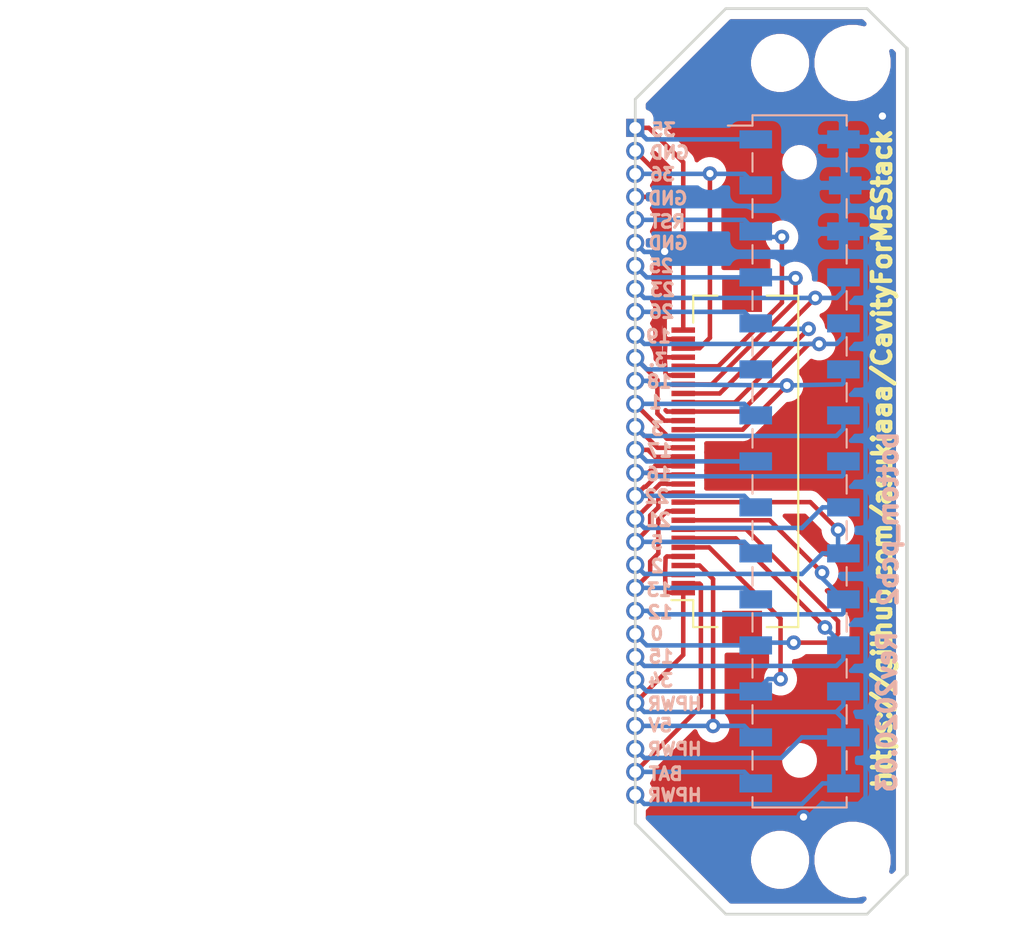
<source format=kicad_pcb>
(kicad_pcb (version 20171130) (host pcbnew 5.1.5-52549c5~84~ubuntu18.04.1)

  (general
    (thickness 1.6)
    (drawings 44)
    (tracks 265)
    (zones 0)
    (modules 7)
    (nets 27)
  )

  (page A4)
  (layers
    (0 F.Cu signal)
    (31 B.Cu signal)
    (32 B.Adhes user)
    (33 F.Adhes user)
    (34 B.Paste user)
    (35 F.Paste user)
    (36 B.SilkS user)
    (37 F.SilkS user)
    (38 B.Mask user)
    (39 F.Mask user)
    (40 Dwgs.User user)
    (41 Cmts.User user)
    (42 Eco1.User user)
    (43 Eco2.User user)
    (44 Edge.Cuts user)
    (45 Margin user)
    (46 B.CrtYd user)
    (47 F.CrtYd user)
    (48 B.Fab user)
    (49 F.Fab user)
  )

  (setup
    (last_trace_width 0.25)
    (trace_clearance 0.2)
    (zone_clearance 0.508)
    (zone_45_only no)
    (trace_min 0.2)
    (via_size 0.8)
    (via_drill 0.4)
    (via_min_size 0.4)
    (via_min_drill 0.3)
    (uvia_size 0.3)
    (uvia_drill 0.1)
    (uvias_allowed no)
    (uvia_min_size 0.2)
    (uvia_min_drill 0.1)
    (edge_width 0.15)
    (segment_width 0.2)
    (pcb_text_width 0.3)
    (pcb_text_size 1.5 1.5)
    (mod_edge_width 0.15)
    (mod_text_size 1 1)
    (mod_text_width 0.15)
    (pad_size 3.15 1)
    (pad_drill 0)
    (pad_to_mask_clearance 0.2)
    (solder_mask_min_width 0.25)
    (aux_axis_origin 98.2472 62.5348)
    (grid_origin 98.3488 62.4332)
    (visible_elements FFFFFF7F)
    (pcbplotparams
      (layerselection 0x010fc_ffffffff)
      (usegerberextensions false)
      (usegerberattributes false)
      (usegerberadvancedattributes false)
      (creategerberjobfile false)
      (excludeedgelayer true)
      (linewidth 0.100000)
      (plotframeref false)
      (viasonmask false)
      (mode 1)
      (useauxorigin false)
      (hpglpennumber 1)
      (hpglpenspeed 20)
      (hpglpendiameter 15.000000)
      (psnegative false)
      (psa4output false)
      (plotreference true)
      (plotvalue true)
      (plotinvisibletext false)
      (padsonsilk false)
      (subtractmaskfromsilk false)
      (outputformat 1)
      (mirror false)
      (drillshape 0)
      (scaleselection 1)
      (outputdirectory "gerbers"))
  )

  (net 0 "")
  (net 1 GND)
  (net 2 G23)
  (net 3 G19)
  (net 4 G18)
  (net 5 G3)
  (net 6 G16)
  (net 7 G21)
  (net 8 G2)
  (net 9 G12)
  (net 10 G15)
  (net 11 HPWR)
  (net 12 +BATT)
  (net 13 +5V)
  (net 14 G34)
  (net 15 G0)
  (net 16 G13)
  (net 17 G5)
  (net 18 G22)
  (net 19 G17)
  (net 20 G1)
  (net 21 G26)
  (net 22 G25)
  (net 23 RST)
  (net 24 G36)
  (net 25 G35)
  (net 26 +3V3)

  (net_class Default "これは標準のネット クラスです。"
    (clearance 0.2)
    (trace_width 0.25)
    (via_dia 0.8)
    (via_drill 0.4)
    (uvia_dia 0.3)
    (uvia_drill 0.1)
    (add_net +3V3)
    (add_net +5V)
    (add_net +BATT)
    (add_net G0)
    (add_net G1)
    (add_net G12)
    (add_net G13)
    (add_net G15)
    (add_net G16)
    (add_net G17)
    (add_net G18)
    (add_net G19)
    (add_net G2)
    (add_net G21)
    (add_net G22)
    (add_net G23)
    (add_net G25)
    (add_net G26)
    (add_net G3)
    (add_net G34)
    (add_net G35)
    (add_net G36)
    (add_net G5)
    (add_net GND)
    (add_net HPWR)
    (add_net RST)
  )

  (module footprints:PinHeader_1x30_P1.27mm_Vertical_without_silks (layer F.Cu) (tedit 5D0EF4AE) (tstamp 5E5FADCF)
    (at 135 56.585)
    (descr "Through hole straight pin header, 1x30, 1.27mm pitch, single row")
    (tags "Through hole pin header THT 1x30 1.27mm single row")
    (path /5E5FE41E)
    (fp_text reference J3 (at 0 -1.695) (layer F.SilkS) hide
      (effects (font (size 1 1) (thickness 0.15)))
    )
    (fp_text value free_holes (at 0 38.525) (layer F.Fab)
      (effects (font (size 1 1) (thickness 0.15)))
    )
    (fp_text user %R (at 0 18.415 90) (layer F.Fab)
      (effects (font (size 1 1) (thickness 0.15)))
    )
    (fp_line (start 1.55 -1.15) (end -1.55 -1.15) (layer F.CrtYd) (width 0.05))
    (fp_line (start 1.55 38) (end 1.55 -1.15) (layer F.CrtYd) (width 0.05))
    (fp_line (start -1.55 38) (end 1.55 38) (layer F.CrtYd) (width 0.05))
    (fp_line (start -1.55 -1.15) (end -1.55 38) (layer F.CrtYd) (width 0.05))
    (fp_line (start -1.05 -0.11) (end -0.525 -0.635) (layer F.Fab) (width 0.1))
    (fp_line (start -1.05 37.465) (end -1.05 -0.11) (layer F.Fab) (width 0.1))
    (fp_line (start 1.05 37.465) (end -1.05 37.465) (layer F.Fab) (width 0.1))
    (fp_line (start 1.05 -0.635) (end 1.05 37.465) (layer F.Fab) (width 0.1))
    (fp_line (start -0.525 -0.635) (end 1.05 -0.635) (layer F.Fab) (width 0.1))
    (pad 30 thru_hole oval (at 0 36.83) (size 1 1) (drill 0.65) (layers *.Cu *.Mask)
      (net 11 HPWR))
    (pad 29 thru_hole oval (at 0 35.56) (size 1 1) (drill 0.65) (layers *.Cu *.Mask)
      (net 12 +BATT))
    (pad 28 thru_hole oval (at 0 34.29) (size 1 1) (drill 0.65) (layers *.Cu *.Mask)
      (net 11 HPWR))
    (pad 27 thru_hole oval (at 0 33.02) (size 1 1) (drill 0.65) (layers *.Cu *.Mask)
      (net 13 +5V))
    (pad 26 thru_hole oval (at 0 31.75) (size 1 1) (drill 0.65) (layers *.Cu *.Mask)
      (net 11 HPWR))
    (pad 25 thru_hole oval (at 0 30.48) (size 1 1) (drill 0.65) (layers *.Cu *.Mask)
      (net 14 G34))
    (pad 24 thru_hole oval (at 0 29.21) (size 1 1) (drill 0.65) (layers *.Cu *.Mask)
      (net 10 G15))
    (pad 23 thru_hole oval (at 0 27.94) (size 1 1) (drill 0.65) (layers *.Cu *.Mask)
      (net 15 G0))
    (pad 22 thru_hole oval (at 0 26.67) (size 1 1) (drill 0.65) (layers *.Cu *.Mask)
      (net 9 G12))
    (pad 21 thru_hole oval (at 0 25.4) (size 1 1) (drill 0.65) (layers *.Cu *.Mask)
      (net 16 G13))
    (pad 20 thru_hole oval (at 0 24.13) (size 1 1) (drill 0.65) (layers *.Cu *.Mask)
      (net 8 G2))
    (pad 19 thru_hole oval (at 0 22.86) (size 1 1) (drill 0.65) (layers *.Cu *.Mask)
      (net 17 G5))
    (pad 18 thru_hole oval (at 0 21.59) (size 1 1) (drill 0.65) (layers *.Cu *.Mask)
      (net 7 G21))
    (pad 17 thru_hole oval (at 0 20.32) (size 1 1) (drill 0.65) (layers *.Cu *.Mask)
      (net 18 G22))
    (pad 16 thru_hole oval (at 0 19.05) (size 1 1) (drill 0.65) (layers *.Cu *.Mask)
      (net 6 G16))
    (pad 15 thru_hole oval (at 0 17.78) (size 1 1) (drill 0.65) (layers *.Cu *.Mask)
      (net 19 G17))
    (pad 14 thru_hole oval (at 0 16.51) (size 1 1) (drill 0.65) (layers *.Cu *.Mask)
      (net 5 G3))
    (pad 13 thru_hole oval (at 0 15.24) (size 1 1) (drill 0.65) (layers *.Cu *.Mask)
      (net 20 G1))
    (pad 12 thru_hole oval (at 0 13.97) (size 1 1) (drill 0.65) (layers *.Cu *.Mask)
      (net 4 G18))
    (pad 11 thru_hole oval (at 0 12.7) (size 1 1) (drill 0.65) (layers *.Cu *.Mask)
      (net 26 +3V3))
    (pad 10 thru_hole oval (at 0 11.43) (size 1 1) (drill 0.65) (layers *.Cu *.Mask)
      (net 3 G19))
    (pad 9 thru_hole oval (at 0 10.16) (size 1 1) (drill 0.65) (layers *.Cu *.Mask)
      (net 21 G26))
    (pad 8 thru_hole oval (at 0 8.89) (size 1 1) (drill 0.65) (layers *.Cu *.Mask)
      (net 2 G23))
    (pad 7 thru_hole oval (at 0 7.62) (size 1 1) (drill 0.65) (layers *.Cu *.Mask)
      (net 22 G25))
    (pad 6 thru_hole oval (at 0 6.35) (size 1 1) (drill 0.65) (layers *.Cu *.Mask)
      (net 1 GND))
    (pad 5 thru_hole oval (at 0 5.08) (size 1 1) (drill 0.65) (layers *.Cu *.Mask)
      (net 23 RST))
    (pad 4 thru_hole oval (at 0 3.81) (size 1 1) (drill 0.65) (layers *.Cu *.Mask)
      (net 1 GND))
    (pad 3 thru_hole oval (at 0 2.54) (size 1 1) (drill 0.65) (layers *.Cu *.Mask)
      (net 24 G36))
    (pad 2 thru_hole oval (at 0 1.27) (size 1 1) (drill 0.65) (layers *.Cu *.Mask)
      (net 1 GND))
    (pad 1 thru_hole rect (at 0 0) (size 1 1) (drill 0.65) (layers *.Cu *.Mask)
      (net 25 G35))
    (model ${KISYS3DMOD}/Connector_PinHeader_1.27mm.3dshapes/PinHeader_1x30_P1.27mm_Vertical.wrl
      (at (xyz 0 0 0))
      (scale (xyz 1 1 1))
      (rotate (xyz 0 0 0))
    )
  )

  (module footprints:PinSocket_2x15_P2.54mm_Vertical_SMD_just_for_M5Stack_bottom_pcb2 (layer B.Cu) (tedit 5CC06114) (tstamp 5CE5156F)
    (at 144.074 75 180)
    (descr "surface-mounted straight socket strip, 2x15, 2.54mm pitch, double cols (from Kicad 4.0.7), script generated")
    (tags "Surface mounted socket strip SMD 2x15 2.54mm double row")
    (path /5B24BDE7)
    (attr smd)
    (fp_text reference J1 (at 0 20.55 180) (layer B.SilkS) hide
      (effects (font (size 1 1) (thickness 0.15)) (justify mirror))
    )
    (fp_text value socket (at 0 -20.55 180) (layer B.Fab)
      (effects (font (size 1 1) (thickness 0.15)) (justify mirror))
    )
    (fp_line (start -2.6 19.11) (end 2.6 19.11) (layer B.SilkS) (width 0.12))
    (fp_line (start 2.6 19.11) (end 2.6 18.54) (layer B.SilkS) (width 0.12))
    (fp_line (start 2.6 17.02) (end 2.6 16) (layer B.SilkS) (width 0.12))
    (fp_line (start 2.6 14.48) (end 2.6 13.46) (layer B.SilkS) (width 0.12))
    (fp_line (start 2.6 11.94) (end 2.6 10.92) (layer B.SilkS) (width 0.12))
    (fp_line (start 2.6 9.4) (end 2.6 8.38) (layer B.SilkS) (width 0.12))
    (fp_line (start 2.6 6.86) (end 2.6 5.84) (layer B.SilkS) (width 0.12))
    (fp_line (start 2.6 4.32) (end 2.6 3.3) (layer B.SilkS) (width 0.12))
    (fp_line (start 2.6 1.78) (end 2.6 0.76) (layer B.SilkS) (width 0.12))
    (fp_line (start 2.6 -0.76) (end 2.6 -1.78) (layer B.SilkS) (width 0.12))
    (fp_line (start 2.6 -3.3) (end 2.6 -4.32) (layer B.SilkS) (width 0.12))
    (fp_line (start 2.6 -5.84) (end 2.6 -6.86) (layer B.SilkS) (width 0.12))
    (fp_line (start 2.6 -8.38) (end 2.6 -9.4) (layer B.SilkS) (width 0.12))
    (fp_line (start 2.6 -10.92) (end 2.6 -11.94) (layer B.SilkS) (width 0.12))
    (fp_line (start 2.6 -13.46) (end 2.6 -14.48) (layer B.SilkS) (width 0.12))
    (fp_line (start 2.6 -16) (end 2.6 -17.02) (layer B.SilkS) (width 0.12))
    (fp_line (start 2.6 -18.54) (end 2.6 -19.11) (layer B.SilkS) (width 0.12))
    (fp_line (start -2.6 -19.11) (end 2.6 -19.11) (layer B.SilkS) (width 0.12))
    (fp_line (start -2.6 19.11) (end -2.6 18.54) (layer B.SilkS) (width 0.12))
    (fp_line (start -2.6 17.02) (end -2.6 16) (layer B.SilkS) (width 0.12))
    (fp_line (start -2.6 14.48) (end -2.6 13.46) (layer B.SilkS) (width 0.12))
    (fp_line (start -2.6 11.94) (end -2.6 10.92) (layer B.SilkS) (width 0.12))
    (fp_line (start -2.6 9.4) (end -2.6 8.38) (layer B.SilkS) (width 0.12))
    (fp_line (start -2.6 6.86) (end -2.6 5.84) (layer B.SilkS) (width 0.12))
    (fp_line (start -2.6 4.32) (end -2.6 3.3) (layer B.SilkS) (width 0.12))
    (fp_line (start -2.6 1.78) (end -2.6 0.76) (layer B.SilkS) (width 0.12))
    (fp_line (start -2.6 -0.76) (end -2.6 -1.78) (layer B.SilkS) (width 0.12))
    (fp_line (start -2.6 -3.3) (end -2.6 -4.32) (layer B.SilkS) (width 0.12))
    (fp_line (start -2.6 -5.84) (end -2.6 -6.86) (layer B.SilkS) (width 0.12))
    (fp_line (start -2.6 -8.38) (end -2.6 -9.4) (layer B.SilkS) (width 0.12))
    (fp_line (start -2.6 -10.92) (end -2.6 -11.94) (layer B.SilkS) (width 0.12))
    (fp_line (start -2.6 -13.46) (end -2.6 -14.48) (layer B.SilkS) (width 0.12))
    (fp_line (start -2.6 -16) (end -2.6 -17.02) (layer B.SilkS) (width 0.12))
    (fp_line (start -2.6 -18.54) (end -2.6 -19.11) (layer B.SilkS) (width 0.12))
    (fp_line (start 2.6 18.54) (end 3.96 18.54) (layer B.SilkS) (width 0.12))
    (fp_line (start -2.54 19.05) (end 1.54 19.05) (layer B.Fab) (width 0.1))
    (fp_line (start 1.54 19.05) (end 2.54 18.05) (layer B.Fab) (width 0.1))
    (fp_line (start 2.54 18.05) (end 2.54 -19.05) (layer B.Fab) (width 0.1))
    (fp_line (start 2.54 -19.05) (end -2.54 -19.05) (layer B.Fab) (width 0.1))
    (fp_line (start -2.54 -19.05) (end -2.54 19.05) (layer B.Fab) (width 0.1))
    (fp_line (start -3.92 18.1) (end -2.54 18.1) (layer B.Fab) (width 0.1))
    (fp_line (start -2.54 17.46) (end -3.92 17.46) (layer B.Fab) (width 0.1))
    (fp_line (start -3.92 17.46) (end -3.92 18.1) (layer B.Fab) (width 0.1))
    (fp_line (start 2.54 18.1) (end 3.92 18.1) (layer B.Fab) (width 0.1))
    (fp_line (start 3.92 18.1) (end 3.92 17.46) (layer B.Fab) (width 0.1))
    (fp_line (start 3.92 17.46) (end 2.54 17.46) (layer B.Fab) (width 0.1))
    (fp_line (start -3.92 15.56) (end -2.54 15.56) (layer B.Fab) (width 0.1))
    (fp_line (start -2.54 14.92) (end -3.92 14.92) (layer B.Fab) (width 0.1))
    (fp_line (start -3.92 14.92) (end -3.92 15.56) (layer B.Fab) (width 0.1))
    (fp_line (start 2.54 15.56) (end 3.92 15.56) (layer B.Fab) (width 0.1))
    (fp_line (start 3.92 15.56) (end 3.92 14.92) (layer B.Fab) (width 0.1))
    (fp_line (start 3.92 14.92) (end 2.54 14.92) (layer B.Fab) (width 0.1))
    (fp_line (start -3.92 13.02) (end -2.54 13.02) (layer B.Fab) (width 0.1))
    (fp_line (start -2.54 12.38) (end -3.92 12.38) (layer B.Fab) (width 0.1))
    (fp_line (start -3.92 12.38) (end -3.92 13.02) (layer B.Fab) (width 0.1))
    (fp_line (start 2.54 13.02) (end 3.92 13.02) (layer B.Fab) (width 0.1))
    (fp_line (start 3.92 13.02) (end 3.92 12.38) (layer B.Fab) (width 0.1))
    (fp_line (start 3.92 12.38) (end 2.54 12.38) (layer B.Fab) (width 0.1))
    (fp_line (start -3.92 10.48) (end -2.54 10.48) (layer B.Fab) (width 0.1))
    (fp_line (start -2.54 9.84) (end -3.92 9.84) (layer B.Fab) (width 0.1))
    (fp_line (start -3.92 9.84) (end -3.92 10.48) (layer B.Fab) (width 0.1))
    (fp_line (start 2.54 10.48) (end 3.92 10.48) (layer B.Fab) (width 0.1))
    (fp_line (start 3.92 10.48) (end 3.92 9.84) (layer B.Fab) (width 0.1))
    (fp_line (start 3.92 9.84) (end 2.54 9.84) (layer B.Fab) (width 0.1))
    (fp_line (start -3.92 7.94) (end -2.54 7.94) (layer B.Fab) (width 0.1))
    (fp_line (start -2.54 7.3) (end -3.92 7.3) (layer B.Fab) (width 0.1))
    (fp_line (start -3.92 7.3) (end -3.92 7.94) (layer B.Fab) (width 0.1))
    (fp_line (start 2.54 7.94) (end 3.92 7.94) (layer B.Fab) (width 0.1))
    (fp_line (start 3.92 7.94) (end 3.92 7.3) (layer B.Fab) (width 0.1))
    (fp_line (start 3.92 7.3) (end 2.54 7.3) (layer B.Fab) (width 0.1))
    (fp_line (start -3.92 5.4) (end -2.54 5.4) (layer B.Fab) (width 0.1))
    (fp_line (start -2.54 4.76) (end -3.92 4.76) (layer B.Fab) (width 0.1))
    (fp_line (start -3.92 4.76) (end -3.92 5.4) (layer B.Fab) (width 0.1))
    (fp_line (start 2.54 5.4) (end 3.92 5.4) (layer B.Fab) (width 0.1))
    (fp_line (start 3.92 5.4) (end 3.92 4.76) (layer B.Fab) (width 0.1))
    (fp_line (start 3.92 4.76) (end 2.54 4.76) (layer B.Fab) (width 0.1))
    (fp_line (start -3.92 2.86) (end -2.54 2.86) (layer B.Fab) (width 0.1))
    (fp_line (start -2.54 2.22) (end -3.92 2.22) (layer B.Fab) (width 0.1))
    (fp_line (start -3.92 2.22) (end -3.92 2.86) (layer B.Fab) (width 0.1))
    (fp_line (start 2.54 2.86) (end 3.92 2.86) (layer B.Fab) (width 0.1))
    (fp_line (start 3.92 2.86) (end 3.92 2.22) (layer B.Fab) (width 0.1))
    (fp_line (start 3.92 2.22) (end 2.54 2.22) (layer B.Fab) (width 0.1))
    (fp_line (start -3.92 0.32) (end -2.54 0.32) (layer B.Fab) (width 0.1))
    (fp_line (start -2.54 -0.32) (end -3.92 -0.32) (layer B.Fab) (width 0.1))
    (fp_line (start -3.92 -0.32) (end -3.92 0.32) (layer B.Fab) (width 0.1))
    (fp_line (start 2.54 0.32) (end 3.92 0.32) (layer B.Fab) (width 0.1))
    (fp_line (start 3.92 0.32) (end 3.92 -0.32) (layer B.Fab) (width 0.1))
    (fp_line (start 3.92 -0.32) (end 2.54 -0.32) (layer B.Fab) (width 0.1))
    (fp_line (start -3.92 -2.22) (end -2.54 -2.22) (layer B.Fab) (width 0.1))
    (fp_line (start -2.54 -2.86) (end -3.92 -2.86) (layer B.Fab) (width 0.1))
    (fp_line (start -3.92 -2.86) (end -3.92 -2.22) (layer B.Fab) (width 0.1))
    (fp_line (start 2.54 -2.22) (end 3.92 -2.22) (layer B.Fab) (width 0.1))
    (fp_line (start 3.92 -2.22) (end 3.92 -2.86) (layer B.Fab) (width 0.1))
    (fp_line (start 3.92 -2.86) (end 2.54 -2.86) (layer B.Fab) (width 0.1))
    (fp_line (start -3.92 -4.76) (end -2.54 -4.76) (layer B.Fab) (width 0.1))
    (fp_line (start -2.54 -5.4) (end -3.92 -5.4) (layer B.Fab) (width 0.1))
    (fp_line (start -3.92 -5.4) (end -3.92 -4.76) (layer B.Fab) (width 0.1))
    (fp_line (start 2.54 -4.76) (end 3.92 -4.76) (layer B.Fab) (width 0.1))
    (fp_line (start 3.92 -4.76) (end 3.92 -5.4) (layer B.Fab) (width 0.1))
    (fp_line (start 3.92 -5.4) (end 2.54 -5.4) (layer B.Fab) (width 0.1))
    (fp_line (start -3.92 -7.3) (end -2.54 -7.3) (layer B.Fab) (width 0.1))
    (fp_line (start -2.54 -7.94) (end -3.92 -7.94) (layer B.Fab) (width 0.1))
    (fp_line (start -3.92 -7.94) (end -3.92 -7.3) (layer B.Fab) (width 0.1))
    (fp_line (start 2.54 -7.3) (end 3.92 -7.3) (layer B.Fab) (width 0.1))
    (fp_line (start 3.92 -7.3) (end 3.92 -7.94) (layer B.Fab) (width 0.1))
    (fp_line (start 3.92 -7.94) (end 2.54 -7.94) (layer B.Fab) (width 0.1))
    (fp_line (start -3.92 -9.84) (end -2.54 -9.84) (layer B.Fab) (width 0.1))
    (fp_line (start -2.54 -10.48) (end -3.92 -10.48) (layer B.Fab) (width 0.1))
    (fp_line (start -3.92 -10.48) (end -3.92 -9.84) (layer B.Fab) (width 0.1))
    (fp_line (start 2.54 -9.84) (end 3.92 -9.84) (layer B.Fab) (width 0.1))
    (fp_line (start 3.92 -9.84) (end 3.92 -10.48) (layer B.Fab) (width 0.1))
    (fp_line (start 3.92 -10.48) (end 2.54 -10.48) (layer B.Fab) (width 0.1))
    (fp_line (start -3.92 -12.38) (end -2.54 -12.38) (layer B.Fab) (width 0.1))
    (fp_line (start -2.54 -13.02) (end -3.92 -13.02) (layer B.Fab) (width 0.1))
    (fp_line (start -3.92 -13.02) (end -3.92 -12.38) (layer B.Fab) (width 0.1))
    (fp_line (start 2.54 -12.38) (end 3.92 -12.38) (layer B.Fab) (width 0.1))
    (fp_line (start 3.92 -12.38) (end 3.92 -13.02) (layer B.Fab) (width 0.1))
    (fp_line (start 3.92 -13.02) (end 2.54 -13.02) (layer B.Fab) (width 0.1))
    (fp_line (start -3.92 -14.92) (end -2.54 -14.92) (layer B.Fab) (width 0.1))
    (fp_line (start -2.54 -15.56) (end -3.92 -15.56) (layer B.Fab) (width 0.1))
    (fp_line (start -3.92 -15.56) (end -3.92 -14.92) (layer B.Fab) (width 0.1))
    (fp_line (start 2.54 -14.92) (end 3.92 -14.92) (layer B.Fab) (width 0.1))
    (fp_line (start 3.92 -14.92) (end 3.92 -15.56) (layer B.Fab) (width 0.1))
    (fp_line (start 3.92 -15.56) (end 2.54 -15.56) (layer B.Fab) (width 0.1))
    (fp_line (start -3.92 -17.46) (end -2.54 -17.46) (layer B.Fab) (width 0.1))
    (fp_line (start -2.54 -18.1) (end -3.92 -18.1) (layer B.Fab) (width 0.1))
    (fp_line (start -3.92 -18.1) (end -3.92 -17.46) (layer B.Fab) (width 0.1))
    (fp_line (start 2.54 -17.46) (end 3.92 -17.46) (layer B.Fab) (width 0.1))
    (fp_line (start 3.92 -17.46) (end 3.92 -18.1) (layer B.Fab) (width 0.1))
    (fp_line (start 3.92 -18.1) (end 2.54 -18.1) (layer B.Fab) (width 0.1))
    (fp_line (start -4.55 19.55) (end 4.5 19.55) (layer B.CrtYd) (width 0.05))
    (fp_line (start 4.5 19.55) (end 4.5 -19.55) (layer B.CrtYd) (width 0.05))
    (fp_line (start 4.5 -19.55) (end -4.55 -19.55) (layer B.CrtYd) (width 0.05))
    (fp_line (start -4.55 -19.55) (end -4.55 19.55) (layer B.CrtYd) (width 0.05))
    (fp_text user %R (at 0 0 90) (layer B.Fab)
      (effects (font (size 1 1) (thickness 0.15)) (justify mirror))
    )
    (pad "" np_thru_hole circle (at 0 -16.51 180) (size 0.9 0.9) (drill 0.9) (layers *.Cu *.Mask))
    (pad "" np_thru_hole circle (at 0 16.51 180) (size 0.9 0.9) (drill 0.9) (layers *.Cu *.Mask))
    (pad 1 smd rect (at 2.42 17.78 180) (size 1.8 1) (layers B.Cu B.Paste B.Mask)
      (net 25 G35))
    (pad 2 smd rect (at -2.42 17.78 180) (size 1.8 1) (layers B.Cu B.Paste B.Mask)
      (net 1 GND))
    (pad 3 smd rect (at 2.42 15.24 180) (size 1.8 1) (layers B.Cu B.Paste B.Mask)
      (net 24 G36))
    (pad 4 smd rect (at -2.52 15.24 180) (size 1.8 1) (layers B.Cu B.Paste B.Mask)
      (net 1 GND))
    (pad 5 smd rect (at 2.42 12.7 180) (size 1.8 1) (layers B.Cu B.Paste B.Mask)
      (net 23 RST))
    (pad 6 smd rect (at -2.42 12.7 180) (size 1.8 1) (layers B.Cu B.Paste B.Mask)
      (net 1 GND))
    (pad 7 smd rect (at 2.42 10.16 180) (size 1.8 1) (layers B.Cu B.Paste B.Mask)
      (net 22 G25))
    (pad 8 smd rect (at -2.42 10.16 180) (size 1.8 1) (layers B.Cu B.Paste B.Mask)
      (net 2 G23))
    (pad 9 smd rect (at 2.42 7.62 180) (size 1.8 1) (layers B.Cu B.Paste B.Mask)
      (net 21 G26))
    (pad 10 smd rect (at -2.42 7.62 180) (size 1.8 1) (layers B.Cu B.Paste B.Mask)
      (net 3 G19))
    (pad 11 smd rect (at 2.42 5.08 180) (size 1.8 1) (layers B.Cu B.Paste B.Mask)
      (net 26 +3V3))
    (pad 12 smd rect (at -2.42 5.08 180) (size 1.8 1) (layers B.Cu B.Paste B.Mask)
      (net 4 G18))
    (pad 13 smd rect (at 2.42 2.54 180) (size 1.8 1) (layers B.Cu B.Paste B.Mask)
      (net 20 G1))
    (pad 14 smd rect (at -2.42 2.54 180) (size 1.8 1) (layers B.Cu B.Paste B.Mask)
      (net 5 G3))
    (pad 15 smd rect (at 2.42 0 180) (size 1.8 1) (layers B.Cu B.Paste B.Mask)
      (net 19 G17))
    (pad 16 smd rect (at -2.42 0 180) (size 1.8 1) (layers B.Cu B.Paste B.Mask)
      (net 6 G16))
    (pad 17 smd rect (at 2.42 -2.54 180) (size 1.8 1) (layers B.Cu B.Paste B.Mask)
      (net 18 G22))
    (pad 18 smd rect (at -2.42 -2.54 180) (size 1.8 1) (layers B.Cu B.Paste B.Mask)
      (net 7 G21))
    (pad 19 smd rect (at 2.42 -5.08 180) (size 1.8 1) (layers B.Cu B.Paste B.Mask)
      (net 17 G5))
    (pad 20 smd rect (at -2.42 -5.08 180) (size 1.8 1) (layers B.Cu B.Paste B.Mask)
      (net 8 G2))
    (pad 21 smd rect (at 2.42 -7.62 180) (size 1.8 1) (layers B.Cu B.Paste B.Mask)
      (net 16 G13))
    (pad 22 smd rect (at -2.42 -7.62 180) (size 1.8 1) (layers B.Cu B.Paste B.Mask)
      (net 9 G12))
    (pad 23 smd rect (at 2.42 -10.16 180) (size 1.8 1) (layers B.Cu B.Paste B.Mask)
      (net 15 G0))
    (pad 24 smd rect (at -2.42 -10.16 180) (size 1.8 1) (layers B.Cu B.Paste B.Mask)
      (net 10 G15))
    (pad 25 smd rect (at 2.42 -12.7 180) (size 1.8 1) (layers B.Cu B.Paste B.Mask)
      (net 14 G34))
    (pad 26 smd rect (at -2.42 -12.7 180) (size 1.8 1) (layers B.Cu B.Paste B.Mask)
      (net 11 HPWR))
    (pad 27 smd rect (at 2.42 -15.24 180) (size 1.8 1) (layers B.Cu B.Paste B.Mask)
      (net 13 +5V))
    (pad 28 smd rect (at -2.42 -15.24 180) (size 1.8 1) (layers B.Cu B.Paste B.Mask)
      (net 11 HPWR))
    (pad 29 smd rect (at 2.42 -17.78 180) (size 1.8 1) (layers B.Cu B.Paste B.Mask)
      (net 12 +BATT))
    (pad 30 smd rect (at -2.42 -17.78 180) (size 1.8 1) (layers B.Cu B.Paste B.Mask)
      (net 11 HPWR))
    (model ${KISYS3DMOD}/Connector_PinSocket_2.54mm.3dshapes/PinSocket_2x15_P2.54mm_Vertical_SMD.wrl
      (at (xyz 0 0 0))
      (scale (xyz 1 1 1))
      (rotate (xyz 0 0 0))
    )
  )

  (module MountingHole:MountingHole_3.2mm_M3 (layer F.Cu) (tedit 5BE52A9C) (tstamp 5B322B4A)
    (at 147 53)
    (descr "Mounting Hole 3.2mm, no annular, M3")
    (tags "mounting hole 3.2mm no annular m3")
    (attr virtual)
    (fp_text reference REF4 (at 0 -4.2) (layer F.SilkS) hide
      (effects (font (size 1 1) (thickness 0.15)))
    )
    (fp_text value MountingHole_3.2mm_M3 (at 0 4.2) (layer F.Fab)
      (effects (font (size 1 1) (thickness 0.15)))
    )
    (fp_circle (center 0 0) (end 3.45 0) (layer F.CrtYd) (width 0.05))
    (fp_circle (center 0 0) (end 3.2 0) (layer Cmts.User) (width 0.15))
    (fp_text user %R (at 0.3 0) (layer F.Fab)
      (effects (font (size 1 1) (thickness 0.15)))
    )
    (pad 1 np_thru_hole circle (at 0 0) (size 3.2 3.2) (drill 3.2) (layers *.Cu *.Mask))
  )

  (module MountingHole:MountingHole_3.2mm_M3 (layer F.Cu) (tedit 5B27A932) (tstamp 5B3225DF)
    (at 147 97)
    (descr "Mounting Hole 3.2mm, no annular, M3")
    (tags "mounting hole 3.2mm no annular m3")
    (attr virtual)
    (fp_text reference REF9 (at 0 -4.2) (layer F.SilkS) hide
      (effects (font (size 1 1) (thickness 0.15)))
    )
    (fp_text value MountingHole_3.2mm_M3 (at 0 4.2) (layer F.Fab)
      (effects (font (size 1 1) (thickness 0.15)))
    )
    (fp_text user %R (at 0.3 0) (layer F.Fab)
      (effects (font (size 1 1) (thickness 0.15)))
    )
    (fp_circle (center 0 0) (end 3.2 0) (layer Cmts.User) (width 0.15))
    (fp_circle (center 0 0) (end 3.45 0) (layer F.CrtYd) (width 0.05))
    (pad 1 np_thru_hole circle (at 0 0) (size 3.2 3.2) (drill 3.2) (layers *.Cu *.Mask))
  )

  (module MountingHole:MountingHole_2.2mm_M2 (layer F.Cu) (tedit 5B27A8EC) (tstamp 5B3F0566)
    (at 143 53)
    (descr "Mounting Hole 2.2mm, no annular, M2")
    (tags "mounting hole 2.2mm no annular m2")
    (attr virtual)
    (fp_text reference REF3 (at 0 -3.2) (layer F.SilkS) hide
      (effects (font (size 1 1) (thickness 0.15)))
    )
    (fp_text value MountingHole_2.2mm_M2 (at 0 3.2) (layer F.Fab)
      (effects (font (size 1 1) (thickness 0.15)))
    )
    (fp_circle (center 0 0) (end 2.45 0) (layer F.CrtYd) (width 0.05))
    (fp_circle (center 0 0) (end 2.2 0) (layer Cmts.User) (width 0.15))
    (fp_text user %R (at 0.3 0) (layer F.Fab)
      (effects (font (size 1 1) (thickness 0.15)))
    )
    (pad 1 np_thru_hole circle (at 0 0) (size 2.2 2.2) (drill 2.2) (layers *.Cu *.Mask))
  )

  (module MountingHole:MountingHole_2.2mm_M2 (layer F.Cu) (tedit 5B27A928) (tstamp 5B3F0585)
    (at 143 97)
    (descr "Mounting Hole 2.2mm, no annular, M2")
    (tags "mounting hole 2.2mm no annular m2")
    (attr virtual)
    (fp_text reference REF8 (at 0 -3.2) (layer F.SilkS) hide
      (effects (font (size 1 1) (thickness 0.15)))
    )
    (fp_text value MountingHole_2.2mm_M2 (at 0 3.2) (layer F.Fab)
      (effects (font (size 1 1) (thickness 0.15)))
    )
    (fp_circle (center 0 0) (end 2.45 0) (layer F.CrtYd) (width 0.05))
    (fp_circle (center 0 0) (end 2.2 0) (layer Cmts.User) (width 0.15))
    (fp_text user %R (at 0.3 0) (layer F.Fab)
      (effects (font (size 1 1) (thickness 0.15)))
    )
    (pad 1 np_thru_hole circle (at 0 0) (size 2.2 2.2) (drill 2.2) (layers *.Cu *.Mask))
  )

  (module Connector_FFC-FPC:Hirose_FH12-30S-0.5SH_1x30-1MP_P0.50mm_Horizontal (layer F.Cu) (tedit 5CD78408) (tstamp 5CE45D13)
    (at 139.5 75 90)
    (descr "Molex FH12, FFC/FPC connector, FH12-30S-0.5SH, 30 Pins per row (https://www.hirose.com/product/en/products/FH12/FH12-24S-0.5SH(55)/), generated with kicad-footprint-generator")
    (tags "connector Hirose  top entry")
    (path /5B24A05D)
    (attr smd)
    (fp_text reference Jv (at 0 -3.7 270) (layer F.SilkS) hide
      (effects (font (size 1 1) (thickness 0.15)))
    )
    (fp_text value flat_cable_connector (at 0 5.6 270) (layer F.Fab)
      (effects (font (size 1 1) (thickness 0.15)))
    )
    (fp_line (start 0 -1.2) (end -9.05 -1.2) (layer F.Fab) (width 0.1))
    (fp_line (start -9.05 -1.2) (end -9.05 3.4) (layer F.Fab) (width 0.1))
    (fp_line (start -9.05 3.4) (end -8.45 3.4) (layer F.Fab) (width 0.1))
    (fp_line (start -8.45 3.4) (end -8.45 3.7) (layer F.Fab) (width 0.1))
    (fp_line (start -8.45 3.7) (end -8.95 3.7) (layer F.Fab) (width 0.1))
    (fp_line (start -8.95 3.7) (end -8.95 4.4) (layer F.Fab) (width 0.1))
    (fp_line (start -8.95 4.4) (end 0 4.4) (layer F.Fab) (width 0.1))
    (fp_line (start 0 -1.2) (end 9.05 -1.2) (layer F.Fab) (width 0.1))
    (fp_line (start 9.05 -1.2) (end 9.05 3.4) (layer F.Fab) (width 0.1))
    (fp_line (start 9.05 3.4) (end 8.45 3.4) (layer F.Fab) (width 0.1))
    (fp_line (start 8.45 3.4) (end 8.45 3.7) (layer F.Fab) (width 0.1))
    (fp_line (start 8.45 3.7) (end 8.95 3.7) (layer F.Fab) (width 0.1))
    (fp_line (start 8.95 3.7) (end 8.95 4.4) (layer F.Fab) (width 0.1))
    (fp_line (start 8.95 4.4) (end 0 4.4) (layer F.Fab) (width 0.1))
    (fp_line (start -7.66 -1.3) (end -9.15 -1.3) (layer F.SilkS) (width 0.12))
    (fp_line (start -9.15 -1.3) (end -9.15 0.04) (layer F.SilkS) (width 0.12))
    (fp_line (start 7.66 -1.3) (end 9.15 -1.3) (layer F.SilkS) (width 0.12))
    (fp_line (start 9.15 -1.3) (end 9.15 0.04) (layer F.SilkS) (width 0.12))
    (fp_line (start -9.15 2.76) (end -9.15 4.5) (layer F.SilkS) (width 0.12))
    (fp_line (start -9.15 4.5) (end 9.15 4.5) (layer F.SilkS) (width 0.12))
    (fp_line (start 9.15 4.5) (end 9.15 2.76) (layer F.SilkS) (width 0.12))
    (fp_line (start -7.66 -1.3) (end -7.66 -2.5) (layer F.SilkS) (width 0.12))
    (fp_line (start -7.75 -1.2) (end -7.25 -0.492893) (layer F.Fab) (width 0.1))
    (fp_line (start -7.25 -0.492893) (end -6.75 -1.2) (layer F.Fab) (width 0.1))
    (fp_line (start -10.55 -3) (end -10.55 4.9) (layer F.CrtYd) (width 0.05))
    (fp_line (start -10.55 4.9) (end 10.55 4.9) (layer F.CrtYd) (width 0.05))
    (fp_line (start 10.55 4.9) (end 10.55 -3) (layer F.CrtYd) (width 0.05))
    (fp_line (start 10.55 -3) (end -10.55 -3) (layer F.CrtYd) (width 0.05))
    (fp_text user %R (at 0 3.7 270) (layer F.Fab)
      (effects (font (size 1 1) (thickness 0.15)))
    )
    (pad MP smd rect (at 9.15 1.4 90) (size 1.8 2.2) (layers F.Cu F.Paste F.Mask))
    (pad MP smd rect (at -9.15 1.4 90) (size 1.8 2.2) (layers F.Cu F.Paste F.Mask))
    (pad 1 smd rect (at -7.25 -1.85 90) (size 0.3 1.3) (layers F.Cu F.Paste F.Mask)
      (net 11 HPWR))
    (pad 2 smd rect (at -6.75 -1.85 90) (size 0.3 1.3) (layers F.Cu F.Paste F.Mask)
      (net 12 +BATT))
    (pad 3 smd rect (at -6.25 -1.85 90) (size 0.3 1.3) (layers F.Cu F.Paste F.Mask)
      (net 11 HPWR))
    (pad 4 smd rect (at -5.75 -1.85 90) (size 0.3 1.3) (layers F.Cu F.Paste F.Mask)
      (net 13 +5V))
    (pad 5 smd rect (at -5.25 -1.85 90) (size 0.3 1.3) (layers F.Cu F.Paste F.Mask)
      (net 11 HPWR))
    (pad 6 smd rect (at -4.75 -1.85 90) (size 0.3 1.3) (layers F.Cu F.Paste F.Mask)
      (net 14 G34))
    (pad 7 smd rect (at -4.25 -1.85 90) (size 0.3 1.3) (layers F.Cu F.Paste F.Mask)
      (net 10 G15))
    (pad 8 smd rect (at -3.75 -1.85 90) (size 0.3 1.3) (layers F.Cu F.Paste F.Mask)
      (net 15 G0))
    (pad 9 smd rect (at -3.25 -1.85 90) (size 0.3 1.3) (layers F.Cu F.Paste F.Mask)
      (net 9 G12))
    (pad 10 smd rect (at -2.75 -1.85 90) (size 0.3 1.3) (layers F.Cu F.Paste F.Mask)
      (net 16 G13))
    (pad 11 smd rect (at -2.25 -1.85 90) (size 0.3 1.3) (layers F.Cu F.Paste F.Mask)
      (net 8 G2))
    (pad 12 smd rect (at -1.75 -1.85 90) (size 0.3 1.3) (layers F.Cu F.Paste F.Mask)
      (net 17 G5))
    (pad 13 smd rect (at -1.25 -1.85 90) (size 0.3 1.3) (layers F.Cu F.Paste F.Mask)
      (net 7 G21))
    (pad 14 smd rect (at -0.75 -1.85 90) (size 0.3 1.3) (layers F.Cu F.Paste F.Mask)
      (net 18 G22))
    (pad 15 smd rect (at -0.25 -1.85 90) (size 0.3 1.3) (layers F.Cu F.Paste F.Mask)
      (net 6 G16))
    (pad 16 smd rect (at 0.25 -1.85 90) (size 0.3 1.3) (layers F.Cu F.Paste F.Mask)
      (net 19 G17))
    (pad 17 smd rect (at 0.75 -1.85 90) (size 0.3 1.3) (layers F.Cu F.Paste F.Mask)
      (net 5 G3))
    (pad 18 smd rect (at 1.25 -1.85 90) (size 0.3 1.3) (layers F.Cu F.Paste F.Mask)
      (net 20 G1))
    (pad 19 smd rect (at 1.75 -1.85 90) (size 0.3 1.3) (layers F.Cu F.Paste F.Mask)
      (net 4 G18))
    (pad 20 smd rect (at 2.25 -1.85 90) (size 0.3 1.3) (layers F.Cu F.Paste F.Mask)
      (net 26 +3V3))
    (pad 21 smd rect (at 2.75 -1.85 90) (size 0.3 1.3) (layers F.Cu F.Paste F.Mask)
      (net 3 G19))
    (pad 22 smd rect (at 3.25 -1.85 90) (size 0.3 1.3) (layers F.Cu F.Paste F.Mask)
      (net 21 G26))
    (pad 23 smd rect (at 3.75 -1.85 90) (size 0.3 1.3) (layers F.Cu F.Paste F.Mask)
      (net 2 G23))
    (pad 24 smd rect (at 4.25 -1.85 90) (size 0.3 1.3) (layers F.Cu F.Paste F.Mask)
      (net 22 G25))
    (pad 25 smd rect (at 4.75 -1.85 90) (size 0.3 1.3) (layers F.Cu F.Paste F.Mask)
      (net 1 GND))
    (pad 26 smd rect (at 5.25 -1.85 90) (size 0.3 1.3) (layers F.Cu F.Paste F.Mask)
      (net 23 RST))
    (pad 27 smd rect (at 5.75 -1.85 90) (size 0.3 1.3) (layers F.Cu F.Paste F.Mask)
      (net 1 GND))
    (pad 28 smd rect (at 6.25 -1.85 90) (size 0.3 1.3) (layers F.Cu F.Paste F.Mask)
      (net 24 G36))
    (pad 29 smd rect (at 6.75 -1.85 90) (size 0.3 1.3) (layers F.Cu F.Paste F.Mask)
      (net 1 GND))
    (pad 30 smd rect (at 7.25 -1.85 90) (size 0.3 1.3) (layers F.Cu F.Paste F.Mask)
      (net 25 G35))
    (model ${KISYS3DMOD}/Connector_FFC-FPC.3dshapes/Hirose_FH12-30S-0.5SH_1x30-1MP_P0.50mm_Horizontal.wrl
      (at (xyz 0 0 0))
      (scale (xyz 1 1 1))
      (rotate (xyz 0 0 0))
    )
  )

  (gr_text bottom_pcb2 (at 148.9738 78.1832 90) (layer B.SilkS) (tstamp 5E5FBAD6)
    (effects (font (size 1 1) (thickness 0.25)) (justify mirror))
  )
  (gr_text 15 (at 136.4238 85.7832) (layer B.SilkS) (tstamp 5E5FBA45)
    (effects (font (size 0.7 0.7) (thickness 0.175)) (justify mirror))
  )
  (gr_text HPWR (at 137.1854 93.442) (layer B.SilkS) (tstamp 5E5FB64C)
    (effects (font (size 0.7 0.7) (thickness 0.175)) (justify mirror))
  )
  (gr_text HPWR (at 137.1854 90.892) (layer B.SilkS) (tstamp 5E5FB64C)
    (effects (font (size 0.7 0.7) (thickness 0.175)) (justify mirror))
  )
  (gr_text GND (at 136.8183 62.9501) (layer B.SilkS) (tstamp 5E5FB5C8)
    (effects (font (size 0.7 0.7) (thickness 0.175)) (justify mirror))
  )
  (gr_text GND (at 136.7933 60.4751) (layer B.SilkS) (tstamp 5E5FB5C8)
    (effects (font (size 0.7 0.7) (thickness 0.175)) (justify mirror))
  )
  (gr_line (start 135 95) (end 140 100) (layer Edge.Cuts) (width 0.15))
  (gr_line (start 135 55) (end 135 95) (layer Edge.Cuts) (width 0.15))
  (gr_line (start 140 50) (end 135 55) (layer Edge.Cuts) (width 0.15))
  (gr_line (start 100 97.8) (end 100 52.2) (layer Eco1.User) (width 0.15) (tstamp 5CD83483))
  (gr_line (start 150 52.2) (end 150 97.8) (layer Edge.Cuts) (width 0.2))
  (gr_line (start 102.2 50) (end 100 52.2) (layer Eco1.User) (width 0.15))
  (gr_line (start 102.2 100) (end 100 97.8) (layer Eco1.User) (width 0.15))
  (gr_line (start 147.8 100) (end 140 100) (layer Edge.Cuts) (width 0.15))
  (gr_line (start 150 97.8) (end 147.8 100) (layer Edge.Cuts) (width 0.15))
  (gr_line (start 147.8 50) (end 150 52.2) (layer Edge.Cuts) (width 0.15))
  (gr_line (start 140 50) (end 147.8 50) (layer Edge.Cuts) (width 0.15))
  (gr_text 34 (at 136.398 87.0966) (layer B.SilkS) (tstamp 5C40AD93)
    (effects (font (size 0.7 0.7) (thickness 0.175)) (justify mirror))
  )
  (gr_text 0 (at 136.1948 84.5185) (layer B.SilkS) (tstamp 5C40AD93)
    (effects (font (size 0.7 0.7) (thickness 0.175)) (justify mirror))
  )
  (gr_text 12 (at 136.3726 83.3374) (layer B.SilkS) (tstamp 5C40ACA8)
    (effects (font (size 0.7 0.7) (thickness 0.175)) (justify mirror))
  )
  (gr_text 13 (at 136.3091 82.0928) (layer B.SilkS) (tstamp 5C40ACA7)
    (effects (font (size 0.7 0.7) (thickness 0.175)) (justify mirror))
  )
  (gr_text HPWR (at 137.1854 88.392) (layer B.SilkS) (tstamp 5D0F4E97)
    (effects (font (size 0.7 0.7) (thickness 0.175)) (justify mirror))
  )
  (gr_text Rev2020.03 (at 148.8988 88.8332 90) (layer B.SilkS)
    (effects (font (size 1 1) (thickness 0.25)) (justify mirror))
  )
  (gr_text https://github.com/asukiaaa/CavityForM5Stack (at 148.6238 74.8582 90) (layer F.SilkS)
    (effects (font (size 1 1) (thickness 0.25)))
  )
  (gr_text 18 (at 136.3218 70.5993) (layer B.SilkS) (tstamp 5B27B00F)
    (effects (font (size 0.7 0.7) (thickness 0.175)) (justify mirror))
  )
  (gr_text 19 (at 136.2837 68.0974) (layer B.SilkS) (tstamp 5B27B010)
    (effects (font (size 0.7 0.7) (thickness 0.175)) (justify mirror))
  )
  (gr_text 23 (at 136.4996 65.532) (layer B.SilkS) (tstamp 5B27B00F)
    (effects (font (size 0.7 0.7) (thickness 0.175)) (justify mirror))
  )
  (gr_text 22 (at 136.1948 76.9493) (layer B.SilkS) (tstamp 5B27ADBB)
    (effects (font (size 0.7 0.7) (thickness 0.175)) (justify mirror))
  )
  (gr_text GND (at 136.8933 57.9501) (layer B.SilkS) (tstamp 5B27ADB7)
    (effects (font (size 0.7 0.7) (thickness 0.175)) (justify mirror))
  )
  (gr_text 21 (at 136.2837 78.232) (layer B.SilkS) (tstamp 5B27ADB5)
    (effects (font (size 0.7 0.7) (thickness 0.175)) (justify mirror))
  )
  (gr_text 36 (at 136.4996 59.1566) (layer B.SilkS) (tstamp 5B27ADBC)
    (effects (font (size 0.7 0.7) (thickness 0.175)) (justify mirror))
  )
  (gr_text 3. (at 136.2456 69.4055) (layer B.SilkS) (tstamp 5B27ADBB)
    (effects (font (size 0.7 0.7) (thickness 0.175)) (justify mirror))
  )
  (gr_text 35 (at 136.5504 56.6928) (layer B.SilkS) (tstamp 5B27ADB9)
    (effects (font (size 0.7 0.7) (thickness 0.175)) (justify mirror))
  )
  (gr_text BAT (at 136.6901 92.2528) (layer B.SilkS) (tstamp 5B27ADB8)
    (effects (font (size 0.7 0.7) (thickness 0.175)) (justify mirror))
  )
  (gr_text RST (at 136.7917 61.7601) (layer B.SilkS) (tstamp 5B27ADB6)
    (effects (font (size 0.7 0.7) (thickness 0.175)) (justify mirror))
  )
  (gr_text 5V (at 136.3853 89.5731) (layer B.SilkS) (tstamp 5B27ADB5)
    (effects (font (size 0.7 0.7) (thickness 0.175)) (justify mirror))
  )
  (gr_text 26 (at 136.4488 66.7385) (layer B.SilkS) (tstamp 5B27AD0F)
    (effects (font (size 0.7 0.7) (thickness 0.175)) (justify mirror))
  )
  (gr_text 25 (at 136.4234 64.2112) (layer B.SilkS) (tstamp 5B27AD0E)
    (effects (font (size 0.7 0.7) (thickness 0.175)) (justify mirror))
  )
  (gr_text 5 (at 136.1948 79.4893) (layer B.SilkS) (tstamp 5B27AD0F)
    (effects (font (size 0.7 0.7) (thickness 0.175)) (justify mirror))
  )
  (gr_text 2 (at 136.2075 80.7847) (layer B.SilkS) (tstamp 5B27AD0E)
    (effects (font (size 0.7 0.7) (thickness 0.175)) (justify mirror))
  )
  (gr_text 17 (at 136.3472 74.4093) (layer B.SilkS) (tstamp 5B27AD0F)
    (effects (font (size 0.7 0.7) (thickness 0.175)) (justify mirror))
  )
  (gr_text 16 (at 136.2964 75.7047) (layer B.SilkS) (tstamp 5B27AD0E)
    (effects (font (size 0.7 0.7) (thickness 0.175)) (justify mirror))
  )
  (gr_text 1 (at 136.1186 71.7423) (layer B.SilkS) (tstamp 5B27ACB0)
    (effects (font (size 0.7 0.7) (thickness 0.175)) (justify mirror))
  )
  (gr_text 3 (at 136.2202 73.2028) (layer B.SilkS) (tstamp 5B27ACAF)
    (effects (font (size 0.7 0.7) (thickness 0.175)) (justify mirror))
  )

  (segment (start 146.594 62.2) (end 146.494 62.3) (width 0.25) (layer B.Cu) (net 1))
  (segment (start 146.594 59.76) (end 146.594 62.2) (width 0.25) (layer B.Cu) (net 1))
  (segment (start 146.494 59.66) (end 146.594 59.76) (width 0.25) (layer B.Cu) (net 1))
  (segment (start 146.494 57.22) (end 146.494 59.66) (width 0.25) (layer B.Cu) (net 1))
  (segment (start 135.499999 63.434999) (end 135 62.935) (width 0.25) (layer B.Cu) (net 1))
  (segment (start 146.494 62.3) (end 145.344 62.3) (width 0.25) (layer B.Cu) (net 1))
  (segment (start 145.344 62.3) (end 144.209001 63.434999) (width 0.25) (layer B.Cu) (net 1))
  (segment (start 136.650599 63.434999) (end 135.499999 63.434999) (width 0.25) (layer B.Cu) (net 1))
  (via (at 136.6238 63.4082) (size 0.8) (drill 0.4) (layers F.Cu B.Cu) (net 1))
  (segment (start 136.650599 63.434999) (end 136.6238 63.4082) (width 0.25) (layer B.Cu) (net 1))
  (segment (start 144.209001 63.434999) (end 136.650599 63.434999) (width 0.25) (layer B.Cu) (net 1))
  (segment (start 136.6238 59.4788) (end 135 57.855) (width 0.25) (layer F.Cu) (net 1))
  (segment (start 135.720306 60.4082) (end 136.6238 60.4082) (width 0.25) (layer F.Cu) (net 1))
  (segment (start 135.707106 60.395) (end 135.720306 60.4082) (width 0.25) (layer F.Cu) (net 1))
  (segment (start 135 60.395) (end 135.707106 60.395) (width 0.25) (layer F.Cu) (net 1))
  (segment (start 136.6238 63.4082) (end 136.6238 60.4082) (width 0.25) (layer F.Cu) (net 1))
  (segment (start 136.6238 60.4082) (end 136.6238 59.4788) (width 0.25) (layer F.Cu) (net 1))
  (segment (start 136.764998 70.25) (end 136.674999 70.160001) (width 0.25) (layer F.Cu) (net 1))
  (segment (start 136.674999 68.325001) (end 136.75 68.25) (width 0.25) (layer F.Cu) (net 1))
  (segment (start 137.65 70.25) (end 136.764998 70.25) (width 0.25) (layer F.Cu) (net 1))
  (segment (start 136.6656 69.25) (end 136.6238 69.2082) (width 0.25) (layer F.Cu) (net 1))
  (segment (start 137.65 69.25) (end 136.6656 69.25) (width 0.25) (layer F.Cu) (net 1))
  (segment (start 136.674999 70.160001) (end 136.6238 69.2082) (width 0.25) (layer F.Cu) (net 1))
  (segment (start 136.6238 69.2082) (end 136.674999 68.325001) (width 0.25) (layer F.Cu) (net 1))
  (segment (start 136.6238 68.1238) (end 136.6238 63.973885) (width 0.25) (layer F.Cu) (net 1))
  (segment (start 136.6238 63.973885) (end 136.6238 63.4082) (width 0.25) (layer F.Cu) (net 1))
  (segment (start 136.75 68.25) (end 136.6238 68.1238) (width 0.25) (layer F.Cu) (net 1))
  (segment (start 137.65 68.25) (end 136.75 68.25) (width 0.25) (layer F.Cu) (net 1))
  (via (at 148.6488 55.9332) (size 0.8) (drill 0.4) (layers F.Cu B.Cu) (net 1))
  (segment (start 148.6488 58.8552) (end 148.6488 55.9332) (width 0.25) (layer B.Cu) (net 1))
  (segment (start 146.594 59.76) (end 147.744 59.76) (width 0.25) (layer B.Cu) (net 1))
  (segment (start 147.744 59.76) (end 148.6488 58.8552) (width 0.25) (layer B.Cu) (net 1))
  (segment (start 146.623672 94.63533) (end 144.291149 94.63533) (width 0.25) (layer B.Cu) (net 1))
  (segment (start 147.719001 93.540001) (end 146.623672 94.63533) (width 0.25) (layer B.Cu) (net 1))
  (via (at 144.291149 94.63533) (size 0.8) (drill 0.4) (layers F.Cu B.Cu) (net 1))
  (segment (start 147.719001 62.375001) (end 147.719001 93.540001) (width 0.25) (layer B.Cu) (net 1))
  (segment (start 146.494 62.3) (end 147.644 62.3) (width 0.25) (layer B.Cu) (net 1))
  (segment (start 147.644 62.3) (end 147.719001 62.375001) (width 0.25) (layer B.Cu) (net 1))
  (segment (start 146.494 65.59) (end 146.494 64.84) (width 0.25) (layer B.Cu) (net 2))
  (segment (start 146.109001 65.974999) (end 146.494 65.59) (width 0.25) (layer B.Cu) (net 2))
  (segment (start 135 65.475) (end 135.499999 65.974999) (width 0.25) (layer B.Cu) (net 2))
  (via (at 144.940599 65.974999) (size 0.8) (drill 0.4) (layers F.Cu B.Cu) (net 2))
  (segment (start 139.665598 71.25) (end 144.940599 65.974999) (width 0.25) (layer F.Cu) (net 2))
  (segment (start 137.65 71.25) (end 139.665598 71.25) (width 0.25) (layer F.Cu) (net 2))
  (segment (start 135.499999 65.974999) (end 144.940599 65.974999) (width 0.25) (layer B.Cu) (net 2))
  (segment (start 144.940599 65.974999) (end 146.109001 65.974999) (width 0.25) (layer B.Cu) (net 2))
  (segment (start 146.494 68.13) (end 146.494 67.38) (width 0.25) (layer B.Cu) (net 3))
  (segment (start 146.109001 68.514999) (end 146.494 68.13) (width 0.25) (layer B.Cu) (net 3))
  (segment (start 135 68.015) (end 135.499999 68.514999) (width 0.25) (layer B.Cu) (net 3))
  (segment (start 136.75 72.25) (end 136.674999 72.174999) (width 0.25) (layer F.Cu) (net 3))
  (segment (start 137.65 72.25) (end 136.75 72.25) (width 0.25) (layer F.Cu) (net 3))
  (segment (start 140.858998 72.25) (end 144.593999 68.514999) (width 0.25) (layer F.Cu) (net 3))
  (via (at 145.155599 68.514999) (size 0.8) (drill 0.4) (layers F.Cu B.Cu) (net 3))
  (segment (start 144.593999 68.514999) (end 145.155599 68.514999) (width 0.25) (layer F.Cu) (net 3))
  (segment (start 137.65 72.25) (end 140.858998 72.25) (width 0.25) (layer F.Cu) (net 3))
  (segment (start 135.499999 68.514999) (end 145.155599 68.514999) (width 0.25) (layer B.Cu) (net 3))
  (segment (start 145.155599 68.514999) (end 146.109001 68.514999) (width 0.25) (layer B.Cu) (net 3))
  (segment (start 146.494 70.67) (end 146.494 69.92) (width 0.25) (layer B.Cu) (net 4))
  (segment (start 146.418999 70.745001) (end 146.494 70.67) (width 0.25) (layer B.Cu) (net 4))
  (segment (start 135.707106 70.555) (end 135.897107 70.745001) (width 0.25) (layer B.Cu) (net 4))
  (segment (start 135 70.555) (end 135.707106 70.555) (width 0.25) (layer B.Cu) (net 4))
  (via (at 143.3738 70.8082) (size 0.8) (drill 0.4) (layers F.Cu B.Cu) (net 4))
  (segment (start 137.65 73.25) (end 140.932 73.25) (width 0.25) (layer F.Cu) (net 4))
  (segment (start 135.897107 70.745001) (end 143.3738 70.8082) (width 0.25) (layer B.Cu) (net 4))
  (segment (start 140.932 73.25) (end 143.3738 70.8082) (width 0.25) (layer F.Cu) (net 4))
  (segment (start 143.3738 70.8082) (end 146.418999 70.745001) (width 0.25) (layer B.Cu) (net 4))
  (segment (start 135.573515 73.594999) (end 135.499999 73.594999) (width 0.25) (layer F.Cu) (net 5))
  (segment (start 135.499999 73.594999) (end 135 73.095) (width 0.25) (layer F.Cu) (net 5))
  (segment (start 136.228516 74.25) (end 135.573515 73.594999) (width 0.25) (layer F.Cu) (net 5))
  (segment (start 137.65 74.25) (end 136.228516 74.25) (width 0.25) (layer F.Cu) (net 5))
  (segment (start 146.494 73.21) (end 146.494 72.46) (width 0.25) (layer B.Cu) (net 5))
  (segment (start 146.109001 73.594999) (end 146.494 73.21) (width 0.25) (layer B.Cu) (net 5))
  (segment (start 135.499999 73.594999) (end 146.109001 73.594999) (width 0.25) (layer B.Cu) (net 5))
  (segment (start 135 73.095) (end 135.499999 73.594999) (width 0.25) (layer B.Cu) (net 5))
  (segment (start 146.494 75.75) (end 146.494 75) (width 0.25) (layer B.Cu) (net 6))
  (segment (start 146.418999 75.825001) (end 146.494 75.75) (width 0.25) (layer B.Cu) (net 6))
  (segment (start 135.707106 75.635) (end 135.897107 75.825001) (width 0.25) (layer B.Cu) (net 6))
  (segment (start 135 75.635) (end 135.707106 75.635) (width 0.25) (layer B.Cu) (net 6))
  (segment (start 135.897107 75.825001) (end 146.418999 75.825001) (width 0.25) (layer B.Cu) (net 6))
  (segment (start 136.75 75.25) (end 137.65 75.25) (width 0.25) (layer F.Cu) (net 6))
  (segment (start 136.092106 75.25) (end 136.75 75.25) (width 0.25) (layer F.Cu) (net 6))
  (segment (start 135.707106 75.635) (end 136.092106 75.25) (width 0.25) (layer F.Cu) (net 6))
  (segment (start 135 75.635) (end 135.707106 75.635) (width 0.25) (layer F.Cu) (net 6))
  (segment (start 135.499999 78.674999) (end 135 78.175) (width 0.25) (layer B.Cu) (net 7))
  (segment (start 144.209001 78.674999) (end 135.499999 78.674999) (width 0.25) (layer B.Cu) (net 7))
  (segment (start 146.494 77.54) (end 145.344 77.54) (width 0.25) (layer B.Cu) (net 7))
  (segment (start 145.344 77.54) (end 144.209001 78.674999) (width 0.25) (layer B.Cu) (net 7))
  (segment (start 136.7332 76.2332) (end 136.381726 76.2332) (width 0.25) (layer F.Cu) (net 7))
  (segment (start 137.65 76.25) (end 136.75 76.25) (width 0.25) (layer F.Cu) (net 7))
  (segment (start 136.75 76.25) (end 136.7332 76.2332) (width 0.25) (layer F.Cu) (net 7))
  (segment (start 135.499999 77.675001) (end 135 78.175) (width 0.25) (layer F.Cu) (net 7))
  (segment (start 135.825001 77.349999) (end 135.499999 77.675001) (width 0.25) (layer F.Cu) (net 7))
  (segment (start 135.825001 76.789925) (end 135.825001 77.349999) (width 0.25) (layer F.Cu) (net 7))
  (segment (start 136.381726 76.2332) (end 135.825001 76.789925) (width 0.25) (layer F.Cu) (net 7))
  (segment (start 135.499999 81.214999) (end 135 80.715) (width 0.25) (layer B.Cu) (net 8))
  (segment (start 146.494 80.08) (end 145.344 80.08) (width 0.25) (layer B.Cu) (net 8))
  (segment (start 144.209001 81.214999) (end 135.499999 81.214999) (width 0.25) (layer B.Cu) (net 8))
  (segment (start 145.344 80.08) (end 144.209001 81.214999) (width 0.25) (layer B.Cu) (net 8))
  (via (at 146.1988 78.7832) (size 0.8) (drill 0.4) (layers F.Cu B.Cu) (net 8))
  (segment (start 137.65 77.25) (end 144.6656 77.25) (width 0.25) (layer F.Cu) (net 8))
  (segment (start 144.6656 77.25) (end 146.1988 78.7832) (width 0.25) (layer F.Cu) (net 8))
  (segment (start 146.1988 79.7848) (end 146.494 80.08) (width 0.25) (layer B.Cu) (net 8))
  (segment (start 146.1988 78.7832) (end 146.1988 79.7848) (width 0.25) (layer B.Cu) (net 8))
  (segment (start 146.494 83.37) (end 146.494 82.62) (width 0.25) (layer B.Cu) (net 9))
  (segment (start 146.418999 83.445001) (end 146.494 83.37) (width 0.25) (layer B.Cu) (net 9))
  (segment (start 135.707106 83.255) (end 135.897107 83.445001) (width 0.25) (layer B.Cu) (net 9))
  (segment (start 135 83.255) (end 135.707106 83.255) (width 0.25) (layer B.Cu) (net 9))
  (segment (start 135.897107 83.445001) (end 146.418999 83.445001) (width 0.25) (layer B.Cu) (net 9))
  (via (at 145.313525 81.135781) (size 0.8) (drill 0.4) (layers F.Cu B.Cu) (net 9))
  (segment (start 137.65 78.25) (end 142.427744 78.25) (width 0.25) (layer F.Cu) (net 9))
  (segment (start 142.427744 78.25) (end 145.313525 81.135781) (width 0.25) (layer F.Cu) (net 9))
  (segment (start 145.313525 81.439525) (end 146.494 82.62) (width 0.25) (layer B.Cu) (net 9))
  (segment (start 145.313525 81.135781) (end 145.313525 81.439525) (width 0.25) (layer B.Cu) (net 9))
  (segment (start 135.499999 86.294999) (end 146.109001 86.294999) (width 0.25) (layer B.Cu) (net 10))
  (segment (start 146.494 85.91) (end 146.494 85.16) (width 0.25) (layer B.Cu) (net 10))
  (segment (start 146.109001 86.294999) (end 146.494 85.91) (width 0.25) (layer B.Cu) (net 10))
  (segment (start 135 85.795) (end 135.499999 86.294999) (width 0.25) (layer B.Cu) (net 10))
  (via (at 145.4738 84.170001) (size 0.8) (drill 0.4) (layers F.Cu B.Cu) (net 10))
  (segment (start 137.65 79.25) (end 140.553799 79.25) (width 0.25) (layer F.Cu) (net 10))
  (segment (start 140.553799 79.25) (end 145.4738 84.170001) (width 0.25) (layer F.Cu) (net 10))
  (segment (start 145.504001 84.170001) (end 146.494 85.16) (width 0.25) (layer B.Cu) (net 10))
  (segment (start 145.4738 84.170001) (end 145.504001 84.170001) (width 0.25) (layer B.Cu) (net 10))
  (segment (start 146.494 88.45) (end 146.494 87.7) (width 0.25) (layer B.Cu) (net 11))
  (segment (start 146.109001 88.834999) (end 146.494 88.45) (width 0.25) (layer B.Cu) (net 11))
  (segment (start 135.499999 88.834999) (end 146.109001 88.834999) (width 0.25) (layer B.Cu) (net 11))
  (segment (start 135 88.335) (end 135.499999 88.834999) (width 0.25) (layer B.Cu) (net 11))
  (segment (start 146.494 89.219998) (end 146.494 90.24) (width 0.25) (layer B.Cu) (net 11))
  (segment (start 146.109001 88.834999) (end 146.494 89.219998) (width 0.25) (layer B.Cu) (net 11))
  (segment (start 146.494 90.99) (end 146.494 92.78) (width 0.25) (layer B.Cu) (net 11))
  (segment (start 146.494 90.24) (end 146.494 90.99) (width 0.25) (layer B.Cu) (net 11))
  (segment (start 135.499999 93.914999) (end 135 93.415) (width 0.25) (layer B.Cu) (net 11))
  (segment (start 144.209001 93.914999) (end 135.499999 93.914999) (width 0.25) (layer B.Cu) (net 11))
  (segment (start 146.494 92.78) (end 145.344 92.78) (width 0.25) (layer B.Cu) (net 11))
  (segment (start 145.344 92.78) (end 144.209001 93.914999) (width 0.25) (layer B.Cu) (net 11))
  (segment (start 145.344 90.24) (end 146.494 90.24) (width 0.25) (layer B.Cu) (net 11))
  (segment (start 144.196998 90.24) (end 145.344 90.24) (width 0.25) (layer B.Cu) (net 11))
  (segment (start 143.061999 91.374999) (end 144.196998 90.24) (width 0.25) (layer B.Cu) (net 11))
  (segment (start 135.499999 91.374999) (end 143.061999 91.374999) (width 0.25) (layer B.Cu) (net 11))
  (segment (start 135 90.875) (end 135.499999 91.374999) (width 0.25) (layer B.Cu) (net 11))
  (segment (start 137.65 85.685) (end 137.65 82.25) (width 0.25) (layer F.Cu) (net 11))
  (segment (start 135 88.335) (end 137.65 85.685) (width 0.25) (layer F.Cu) (net 11))
  (segment (start 136.75 80.25) (end 137.65 80.25) (width 0.25) (layer F.Cu) (net 11))
  (segment (start 136.674999 80.325001) (end 136.75 80.25) (width 0.25) (layer F.Cu) (net 11))
  (segment (start 136.764998 82.25) (end 136.674999 82.160001) (width 0.25) (layer F.Cu) (net 11))
  (segment (start 137.65 82.25) (end 136.764998 82.25) (width 0.25) (layer F.Cu) (net 11))
  (segment (start 136.7082 81.2082) (end 136.6488 81.2082) (width 0.25) (layer F.Cu) (net 11))
  (segment (start 136.75 81.25) (end 136.7082 81.2082) (width 0.25) (layer F.Cu) (net 11))
  (segment (start 137.65 81.25) (end 136.75 81.25) (width 0.25) (layer F.Cu) (net 11))
  (segment (start 136.674999 82.160001) (end 136.6488 81.2082) (width 0.25) (layer F.Cu) (net 11))
  (segment (start 136.6488 81.2082) (end 136.674999 80.325001) (width 0.25) (layer F.Cu) (net 11))
  (segment (start 141.019 92.145) (end 141.654 92.78) (width 0.25) (layer B.Cu) (net 12))
  (segment (start 135 92.145) (end 141.019 92.145) (width 0.25) (layer B.Cu) (net 12))
  (segment (start 138.625001 81.825001) (end 138.55 81.75) (width 0.25) (layer F.Cu) (net 12))
  (segment (start 138.55 81.75) (end 137.65 81.75) (width 0.25) (layer F.Cu) (net 12))
  (segment (start 138.625001 88.519999) (end 138.625001 81.825001) (width 0.25) (layer F.Cu) (net 12))
  (segment (start 135 92.145) (end 138.625001 88.519999) (width 0.25) (layer F.Cu) (net 12))
  (segment (start 141.019 89.605) (end 141.654 90.24) (width 0.25) (layer B.Cu) (net 13))
  (segment (start 139.2206 89.605) (end 141.019 89.605) (width 0.25) (layer B.Cu) (net 13))
  (segment (start 135 89.605) (end 139.2206 89.605) (width 0.25) (layer B.Cu) (net 13))
  (segment (start 139.2206 89.605) (end 139.2956 89.605) (width 0.25) (layer B.Cu) (net 13))
  (segment (start 139.2988 81.4988) (end 138.55 80.75) (width 0.25) (layer F.Cu) (net 13))
  (segment (start 138.55 80.75) (end 137.65 80.75) (width 0.25) (layer F.Cu) (net 13))
  (via (at 139.2988 89.6082) (size 0.8) (drill 0.4) (layers F.Cu B.Cu) (net 13))
  (segment (start 139.2988 89.6082) (end 139.2988 81.4988) (width 0.25) (layer F.Cu) (net 13))
  (segment (start 139.2956 89.605) (end 139.2988 89.6082) (width 0.25) (layer B.Cu) (net 13))
  (segment (start 135.635 87.7) (end 135 87.065) (width 0.25) (layer B.Cu) (net 14))
  (segment (start 141.654 87.7) (end 135.635 87.7) (width 0.25) (layer B.Cu) (net 14))
  (via (at 143.0238 87.019999) (size 0.8) (drill 0.4) (layers F.Cu B.Cu) (net 14))
  (segment (start 143.0238 83.688798) (end 143.0238 87.019999) (width 0.25) (layer F.Cu) (net 14))
  (segment (start 137.65 79.75) (end 139.085002 79.75) (width 0.25) (layer F.Cu) (net 14))
  (segment (start 139.085002 79.75) (end 143.0238 83.688798) (width 0.25) (layer F.Cu) (net 14))
  (segment (start 142.334001 87.019999) (end 141.654 87.7) (width 0.25) (layer B.Cu) (net 14))
  (segment (start 143.0238 87.019999) (end 142.334001 87.019999) (width 0.25) (layer B.Cu) (net 14))
  (segment (start 135.635 85.16) (end 135 84.525) (width 0.25) (layer B.Cu) (net 15))
  (segment (start 141.654 85.16) (end 135.635 85.16) (width 0.25) (layer B.Cu) (net 15))
  (segment (start 146.198801 84.518002) (end 145.708603 85.0082) (width 0.25) (layer F.Cu) (net 15))
  (segment (start 145.708603 85.0082) (end 143.7488 85.0082) (width 0.25) (layer F.Cu) (net 15))
  (segment (start 146.198801 83.822) (end 146.198801 84.518002) (width 0.25) (layer F.Cu) (net 15))
  (via (at 143.7488 85.0082) (size 0.8) (drill 0.4) (layers F.Cu B.Cu) (net 15))
  (segment (start 137.65 78.75) (end 141.126801 78.75) (width 0.25) (layer F.Cu) (net 15))
  (segment (start 141.126801 78.75) (end 146.198801 83.822) (width 0.25) (layer F.Cu) (net 15))
  (segment (start 141.8058 85.0082) (end 141.654 85.16) (width 0.25) (layer B.Cu) (net 15))
  (segment (start 143.7488 85.0082) (end 141.8058 85.0082) (width 0.25) (layer B.Cu) (net 15))
  (segment (start 141.019 81.985) (end 141.654 82.62) (width 0.25) (layer B.Cu) (net 16))
  (segment (start 135 81.985) (end 141.019 81.985) (width 0.25) (layer B.Cu) (net 16))
  (segment (start 135.499999 81.485001) (end 135 81.985) (width 0.25) (layer F.Cu) (net 16))
  (segment (start 135.825001 81.159999) (end 135.499999 81.485001) (width 0.25) (layer F.Cu) (net 16))
  (segment (start 135.825001 80.533605) (end 135.825001 81.159999) (width 0.25) (layer F.Cu) (net 16))
  (segment (start 136.275011 80.083595) (end 135.825001 80.533605) (width 0.25) (layer F.Cu) (net 16))
  (segment (start 136.275011 78.224989) (end 136.275011 80.083595) (width 0.25) (layer F.Cu) (net 16))
  (segment (start 136.75 77.75) (end 136.275011 78.224989) (width 0.25) (layer F.Cu) (net 16))
  (segment (start 137.65 77.75) (end 136.75 77.75) (width 0.25) (layer F.Cu) (net 16))
  (segment (start 141.019 79.445) (end 141.654 80.08) (width 0.25) (layer B.Cu) (net 17))
  (segment (start 135 79.445) (end 141.019 79.445) (width 0.25) (layer B.Cu) (net 17))
  (segment (start 137.65 76.75) (end 136.88641 76.75) (width 0.25) (layer F.Cu) (net 17))
  (segment (start 136.275011 76.976325) (end 136.27501 77.5364) (width 0.25) (layer F.Cu) (net 17))
  (segment (start 137.65 76.75) (end 136.501336 76.75) (width 0.25) (layer F.Cu) (net 17))
  (segment (start 136.501336 76.75) (end 136.275011 76.976325) (width 0.25) (layer F.Cu) (net 17))
  (segment (start 135.825001 77.986409) (end 135.825001 78.619999) (width 0.25) (layer F.Cu) (net 17))
  (segment (start 135.499999 78.945001) (end 135 79.445) (width 0.25) (layer F.Cu) (net 17))
  (segment (start 135.825001 78.619999) (end 135.499999 78.945001) (width 0.25) (layer F.Cu) (net 17))
  (segment (start 136.27501 77.5364) (end 135.825001 77.986409) (width 0.25) (layer F.Cu) (net 17))
  (segment (start 135.499999 76.405001) (end 135 76.905) (width 0.25) (layer F.Cu) (net 18))
  (segment (start 135.573515 76.405001) (end 135.499999 76.405001) (width 0.25) (layer F.Cu) (net 18))
  (segment (start 136.228516 75.75) (end 135.573515 76.405001) (width 0.25) (layer F.Cu) (net 18))
  (segment (start 137.65 75.75) (end 136.228516 75.75) (width 0.25) (layer F.Cu) (net 18))
  (segment (start 141.019 76.905) (end 141.654 77.54) (width 0.25) (layer B.Cu) (net 18))
  (segment (start 135 76.905) (end 141.019 76.905) (width 0.25) (layer B.Cu) (net 18))
  (segment (start 135.635 75) (end 135 74.365) (width 0.25) (layer B.Cu) (net 19))
  (segment (start 141.654 75) (end 135.635 75) (width 0.25) (layer B.Cu) (net 19))
  (segment (start 136.092106 74.75) (end 136.75 74.75) (width 0.25) (layer F.Cu) (net 19))
  (segment (start 135.707106 74.365) (end 136.092106 74.75) (width 0.25) (layer F.Cu) (net 19))
  (segment (start 136.75 74.75) (end 137.65 74.75) (width 0.25) (layer F.Cu) (net 19))
  (segment (start 135 74.365) (end 135.707106 74.365) (width 0.25) (layer F.Cu) (net 19))
  (segment (start 136.75 73.75) (end 137.65 73.75) (width 0.25) (layer F.Cu) (net 20))
  (segment (start 136.674999 73.674999) (end 136.75 73.75) (width 0.25) (layer F.Cu) (net 20))
  (segment (start 135 71.825) (end 136.674999 73.499999) (width 0.25) (layer F.Cu) (net 20))
  (segment (start 136.674999 73.499999) (end 136.674999 73.674999) (width 0.25) (layer F.Cu) (net 20))
  (segment (start 141.019 71.825) (end 141.654 72.46) (width 0.25) (layer B.Cu) (net 20))
  (segment (start 135 71.825) (end 141.019 71.825) (width 0.25) (layer B.Cu) (net 20))
  (segment (start 141.019 66.745) (end 141.654 67.38) (width 0.25) (layer B.Cu) (net 21))
  (segment (start 135 66.745) (end 141.019 66.745) (width 0.25) (layer B.Cu) (net 21))
  (via (at 144.5738 67.6832) (size 0.8) (drill 0.4) (layers F.Cu B.Cu) (net 21))
  (segment (start 137.65 71.75) (end 140.507 71.75) (width 0.25) (layer F.Cu) (net 21))
  (segment (start 140.507 71.75) (end 144.5738 67.6832) (width 0.25) (layer F.Cu) (net 21))
  (segment (start 141.9572 67.6832) (end 141.654 67.38) (width 0.25) (layer B.Cu) (net 21))
  (segment (start 144.5738 67.6832) (end 141.9572 67.6832) (width 0.25) (layer B.Cu) (net 21))
  (segment (start 135.635 64.84) (end 141.654 64.84) (width 0.25) (layer B.Cu) (net 22))
  (segment (start 135 64.205) (end 135.635 64.84) (width 0.25) (layer B.Cu) (net 22))
  (via (at 143.8488 64.8832) (size 0.8) (drill 0.4) (layers F.Cu B.Cu) (net 22))
  (segment (start 143.8488 66.122612) (end 143.8488 64.8832) (width 0.25) (layer F.Cu) (net 22))
  (segment (start 137.65 70.75) (end 139.221412 70.75) (width 0.25) (layer F.Cu) (net 22))
  (segment (start 139.221412 70.75) (end 143.8488 66.122612) (width 0.25) (layer F.Cu) (net 22))
  (segment (start 141.6972 64.8832) (end 141.654 64.84) (width 0.25) (layer B.Cu) (net 22))
  (segment (start 143.8488 64.8832) (end 141.6972 64.8832) (width 0.25) (layer B.Cu) (net 22))
  (segment (start 141.019 61.665) (end 141.654 62.3) (width 0.25) (layer B.Cu) (net 23))
  (segment (start 135 61.665) (end 141.019 61.665) (width 0.25) (layer B.Cu) (net 23))
  (via (at 143.0988 62.6082) (size 0.8) (drill 0.4) (layers F.Cu B.Cu) (net 23))
  (segment (start 143.0988 66.236202) (end 143.0988 62.6082) (width 0.25) (layer F.Cu) (net 23))
  (segment (start 137.65 69.75) (end 139.585002 69.75) (width 0.25) (layer F.Cu) (net 23))
  (segment (start 139.585002 69.75) (end 143.0988 66.236202) (width 0.25) (layer F.Cu) (net 23))
  (segment (start 141.9622 62.6082) (end 141.654 62.3) (width 0.25) (layer B.Cu) (net 23))
  (segment (start 143.0988 62.6082) (end 141.9622 62.6082) (width 0.25) (layer B.Cu) (net 23))
  (segment (start 141.019 59.125) (end 141.654 59.76) (width 0.25) (layer B.Cu) (net 24))
  (segment (start 139.1406 59.125) (end 139.1238 59.1082) (width 0.25) (layer B.Cu) (net 24))
  (via (at 139.1238 59.1082) (size 0.8) (drill 0.4) (layers F.Cu B.Cu) (net 24))
  (segment (start 139.2906 59.125) (end 139.1406 59.125) (width 0.25) (layer B.Cu) (net 24))
  (segment (start 139.2906 59.125) (end 141.019 59.125) (width 0.25) (layer B.Cu) (net 24))
  (segment (start 135 59.125) (end 139.2906 59.125) (width 0.25) (layer B.Cu) (net 24))
  (segment (start 138.55 68.75) (end 137.65 68.75) (width 0.25) (layer F.Cu) (net 24))
  (segment (start 139.1238 68.1762) (end 138.55 68.75) (width 0.25) (layer F.Cu) (net 24))
  (segment (start 139.1238 59.1082) (end 139.1238 68.1762) (width 0.25) (layer F.Cu) (net 24))
  (segment (start 135.635 57.22) (end 135 56.585) (width 0.25) (layer B.Cu) (net 25))
  (segment (start 141.654 57.22) (end 135.635 57.22) (width 0.25) (layer B.Cu) (net 25))
  (segment (start 137.65 67.35) (end 137.65 67.75) (width 0.25) (layer F.Cu) (net 25))
  (segment (start 137.65 58.485) (end 137.65 67.35) (width 0.25) (layer F.Cu) (net 25))
  (segment (start 135.75 56.585) (end 137.65 58.485) (width 0.25) (layer F.Cu) (net 25))
  (segment (start 135 56.585) (end 135.75 56.585) (width 0.25) (layer F.Cu) (net 25))
  (segment (start 135.635 69.92) (end 135 69.285) (width 0.25) (layer B.Cu) (net 26))
  (segment (start 141.654 69.92) (end 135.635 69.92) (width 0.25) (layer B.Cu) (net 26))
  (segment (start 136.75 72.75) (end 137.65 72.75) (width 0.25) (layer F.Cu) (net 26))
  (segment (start 136.61359 72.75) (end 136.75 72.75) (width 0.25) (layer F.Cu) (net 26))
  (segment (start 136.22499 72.3614) (end 136.61359 72.75) (width 0.25) (layer F.Cu) (net 26))
  (segment (start 136.22499 70.50999) (end 136.22499 72.3614) (width 0.25) (layer F.Cu) (net 26))
  (segment (start 135 69.285) (end 136.22499 70.50999) (width 0.25) (layer F.Cu) (net 26))

  (zone (net 1) (net_name GND) (layer B.Cu) (tstamp 5D28695E) (hatch edge 0.508)
    (connect_pads (clearance 0.508))
    (min_thickness 0.254)
    (fill yes (arc_segments 16) (thermal_gap 0.508) (thermal_bridge_width 0.508))
    (polygon
      (pts
        (xy 150.0251 100.0252) (xy 149.8981 49.9872) (xy 134.9488 49.939121) (xy 134.9488 99.97728)
      )
    )
    (filled_polygon
      (pts
        (xy 147.645526 50.849617) (xy 147.220128 50.765) (xy 146.779872 50.765) (xy 146.348075 50.85089) (xy 145.941331 51.019369)
        (xy 145.575271 51.263962) (xy 145.263962 51.575271) (xy 145.019369 51.941331) (xy 144.85089 52.348075) (xy 144.765 52.779872)
        (xy 144.765 53.220128) (xy 144.85089 53.651925) (xy 145.019369 54.058669) (xy 145.263962 54.424729) (xy 145.575271 54.736038)
        (xy 145.941331 54.980631) (xy 146.348075 55.14911) (xy 146.779872 55.235) (xy 147.220128 55.235) (xy 147.651925 55.14911)
        (xy 148.058669 54.980631) (xy 148.424729 54.736038) (xy 148.736038 54.424729) (xy 148.980631 54.058669) (xy 149.14911 53.651925)
        (xy 149.235 53.220128) (xy 149.235 52.779872) (xy 149.150383 52.354474) (xy 149.265 52.469091) (xy 149.265001 97.530908)
        (xy 149.150383 97.645526) (xy 149.235 97.220128) (xy 149.235 96.779872) (xy 149.14911 96.348075) (xy 148.980631 95.941331)
        (xy 148.736038 95.575271) (xy 148.424729 95.263962) (xy 148.058669 95.019369) (xy 147.651925 94.85089) (xy 147.220128 94.765)
        (xy 146.779872 94.765) (xy 146.348075 94.85089) (xy 145.941331 95.019369) (xy 145.575271 95.263962) (xy 145.263962 95.575271)
        (xy 145.019369 95.941331) (xy 144.85089 96.348075) (xy 144.765 96.779872) (xy 144.765 97.220128) (xy 144.85089 97.651925)
        (xy 145.019369 98.058669) (xy 145.263962 98.424729) (xy 145.575271 98.736038) (xy 145.941331 98.980631) (xy 146.348075 99.14911)
        (xy 146.779872 99.235) (xy 147.220128 99.235) (xy 147.645526 99.150383) (xy 147.505909 99.29) (xy 140.294091 99.29)
        (xy 137.833208 96.829117) (xy 141.265 96.829117) (xy 141.265 97.170883) (xy 141.331675 97.506081) (xy 141.462463 97.821831)
        (xy 141.652337 98.105998) (xy 141.894002 98.347663) (xy 142.178169 98.537537) (xy 142.493919 98.668325) (xy 142.829117 98.735)
        (xy 143.170883 98.735) (xy 143.506081 98.668325) (xy 143.821831 98.537537) (xy 144.105998 98.347663) (xy 144.347663 98.105998)
        (xy 144.537537 97.821831) (xy 144.668325 97.506081) (xy 144.735 97.170883) (xy 144.735 96.829117) (xy 144.668325 96.493919)
        (xy 144.537537 96.178169) (xy 144.347663 95.894002) (xy 144.105998 95.652337) (xy 143.821831 95.462463) (xy 143.506081 95.331675)
        (xy 143.170883 95.265) (xy 142.829117 95.265) (xy 142.493919 95.331675) (xy 142.178169 95.462463) (xy 141.894002 95.652337)
        (xy 141.652337 95.894002) (xy 141.462463 96.178169) (xy 141.331675 96.493919) (xy 141.265 96.829117) (xy 137.833208 96.829117)
        (xy 135.71 94.705909) (xy 135.71 94.674999) (xy 144.171679 94.674999) (xy 144.209001 94.678675) (xy 144.246323 94.674999)
        (xy 144.246334 94.674999) (xy 144.357987 94.664002) (xy 144.501248 94.620545) (xy 144.633277 94.549973) (xy 144.749002 94.455)
        (xy 144.772805 94.425997) (xy 145.336447 93.862354) (xy 145.34982 93.869502) (xy 145.469518 93.905812) (xy 145.594 93.918072)
        (xy 147.394 93.918072) (xy 147.518482 93.905812) (xy 147.63818 93.869502) (xy 147.748494 93.810537) (xy 147.845185 93.731185)
        (xy 147.924537 93.634494) (xy 147.983502 93.52418) (xy 148.019812 93.404482) (xy 148.032072 93.28) (xy 148.032072 92.28)
        (xy 148.019812 92.155518) (xy 147.983502 92.03582) (xy 147.924537 91.925506) (xy 147.845185 91.828815) (xy 147.748494 91.749463)
        (xy 147.63818 91.690498) (xy 147.518482 91.654188) (xy 147.394 91.641928) (xy 147.254 91.641928) (xy 147.254 91.378072)
        (xy 147.394 91.378072) (xy 147.518482 91.365812) (xy 147.63818 91.329502) (xy 147.748494 91.270537) (xy 147.845185 91.191185)
        (xy 147.924537 91.094494) (xy 147.983502 90.98418) (xy 148.019812 90.864482) (xy 148.032072 90.74) (xy 148.032072 89.74)
        (xy 148.019812 89.615518) (xy 147.983502 89.49582) (xy 147.924537 89.385506) (xy 147.845185 89.288815) (xy 147.748494 89.209463)
        (xy 147.63818 89.150498) (xy 147.518482 89.114188) (xy 147.394 89.101928) (xy 147.246048 89.101928) (xy 147.243003 89.071012)
        (xy 147.199546 88.927751) (xy 147.151611 88.838072) (xy 147.394 88.838072) (xy 147.518482 88.825812) (xy 147.63818 88.789502)
        (xy 147.748494 88.730537) (xy 147.845185 88.651185) (xy 147.924537 88.554494) (xy 147.983502 88.44418) (xy 148.019812 88.324482)
        (xy 148.032072 88.2) (xy 148.032072 87.2) (xy 148.019812 87.075518) (xy 147.983502 86.95582) (xy 147.924537 86.845506)
        (xy 147.845185 86.748815) (xy 147.748494 86.669463) (xy 147.63818 86.610498) (xy 147.518482 86.574188) (xy 147.394 86.561928)
        (xy 146.916873 86.561928) (xy 147.004998 86.473803) (xy 147.034001 86.450001) (xy 147.128974 86.334276) (xy 147.148326 86.298072)
        (xy 147.394 86.298072) (xy 147.518482 86.285812) (xy 147.63818 86.249502) (xy 147.748494 86.190537) (xy 147.845185 86.111185)
        (xy 147.924537 86.014494) (xy 147.983502 85.90418) (xy 148.019812 85.784482) (xy 148.032072 85.66) (xy 148.032072 84.66)
        (xy 148.019812 84.535518) (xy 147.983502 84.41582) (xy 147.924537 84.305506) (xy 147.845185 84.208815) (xy 147.748494 84.129463)
        (xy 147.63818 84.070498) (xy 147.518482 84.034188) (xy 147.394 84.021928) (xy 146.914006 84.021928) (xy 146.959 83.985002)
        (xy 146.982801 83.956001) (xy 147.005002 83.9338) (xy 147.034001 83.910001) (xy 147.128974 83.794276) (xy 147.148326 83.758072)
        (xy 147.394 83.758072) (xy 147.518482 83.745812) (xy 147.63818 83.709502) (xy 147.748494 83.650537) (xy 147.845185 83.571185)
        (xy 147.924537 83.474494) (xy 147.983502 83.36418) (xy 148.019812 83.244482) (xy 148.032072 83.12) (xy 148.032072 82.12)
        (xy 148.019812 81.995518) (xy 147.983502 81.87582) (xy 147.924537 81.765506) (xy 147.845185 81.668815) (xy 147.748494 81.589463)
        (xy 147.63818 81.530498) (xy 147.518482 81.494188) (xy 147.394 81.481928) (xy 146.430729 81.481928) (xy 146.321647 81.372846)
        (xy 146.348525 81.23772) (xy 146.348525 81.218072) (xy 147.394 81.218072) (xy 147.518482 81.205812) (xy 147.63818 81.169502)
        (xy 147.748494 81.110537) (xy 147.845185 81.031185) (xy 147.924537 80.934494) (xy 147.983502 80.82418) (xy 148.019812 80.704482)
        (xy 148.032072 80.58) (xy 148.032072 79.58) (xy 148.019812 79.455518) (xy 147.983502 79.33582) (xy 147.924537 79.225506)
        (xy 147.845185 79.128815) (xy 147.748494 79.049463) (xy 147.63818 78.990498) (xy 147.518482 78.954188) (xy 147.394 78.941928)
        (xy 147.222504 78.941928) (xy 147.2338 78.885139) (xy 147.2338 78.681261) (xy 147.233166 78.678072) (xy 147.394 78.678072)
        (xy 147.518482 78.665812) (xy 147.63818 78.629502) (xy 147.748494 78.570537) (xy 147.845185 78.491185) (xy 147.924537 78.394494)
        (xy 147.983502 78.28418) (xy 148.019812 78.164482) (xy 148.032072 78.04) (xy 148.032072 77.04) (xy 148.019812 76.915518)
        (xy 147.983502 76.79582) (xy 147.924537 76.685506) (xy 147.845185 76.588815) (xy 147.748494 76.509463) (xy 147.63818 76.450498)
        (xy 147.518482 76.414188) (xy 147.394 76.401928) (xy 146.914006 76.401928) (xy 146.959 76.365002) (xy 146.982801 76.336001)
        (xy 147.005002 76.3138) (xy 147.034001 76.290001) (xy 147.128974 76.174276) (xy 147.148326 76.138072) (xy 147.394 76.138072)
        (xy 147.518482 76.125812) (xy 147.63818 76.089502) (xy 147.748494 76.030537) (xy 147.845185 75.951185) (xy 147.924537 75.854494)
        (xy 147.983502 75.74418) (xy 148.019812 75.624482) (xy 148.032072 75.5) (xy 148.032072 74.5) (xy 148.019812 74.375518)
        (xy 147.983502 74.25582) (xy 147.924537 74.145506) (xy 147.845185 74.048815) (xy 147.748494 73.969463) (xy 147.63818 73.910498)
        (xy 147.518482 73.874188) (xy 147.394 73.861928) (xy 146.916873 73.861928) (xy 147.004998 73.773803) (xy 147.034001 73.750001)
        (xy 147.128974 73.634276) (xy 147.148326 73.598072) (xy 147.394 73.598072) (xy 147.518482 73.585812) (xy 147.63818 73.549502)
        (xy 147.748494 73.490537) (xy 147.845185 73.411185) (xy 147.924537 73.314494) (xy 147.983502 73.20418) (xy 148.019812 73.084482)
        (xy 148.032072 72.96) (xy 148.032072 71.96) (xy 148.019812 71.835518) (xy 147.983502 71.71582) (xy 147.924537 71.605506)
        (xy 147.845185 71.508815) (xy 147.748494 71.429463) (xy 147.63818 71.370498) (xy 147.518482 71.334188) (xy 147.394 71.321928)
        (xy 146.914005 71.321928) (xy 146.930001 71.3088) (xy 146.935586 71.303215) (xy 146.970088 71.273681) (xy 146.98839 71.250411)
        (xy 147.005002 71.2338) (xy 147.034001 71.210001) (xy 147.128974 71.094276) (xy 147.148326 71.058072) (xy 147.394 71.058072)
        (xy 147.518482 71.045812) (xy 147.63818 71.009502) (xy 147.748494 70.950537) (xy 147.845185 70.871185) (xy 147.924537 70.774494)
        (xy 147.983502 70.66418) (xy 148.019812 70.544482) (xy 148.032072 70.42) (xy 148.032072 69.42) (xy 148.019812 69.295518)
        (xy 147.983502 69.17582) (xy 147.924537 69.065506) (xy 147.845185 68.968815) (xy 147.748494 68.889463) (xy 147.63818 68.830498)
        (xy 147.518482 68.794188) (xy 147.394 68.781928) (xy 146.916873 68.781928) (xy 147.004998 68.693803) (xy 147.034001 68.670001)
        (xy 147.128974 68.554276) (xy 147.148326 68.518072) (xy 147.394 68.518072) (xy 147.518482 68.505812) (xy 147.63818 68.469502)
        (xy 147.748494 68.410537) (xy 147.845185 68.331185) (xy 147.924537 68.234494) (xy 147.983502 68.12418) (xy 148.019812 68.004482)
        (xy 148.032072 67.88) (xy 148.032072 66.88) (xy 148.019812 66.755518) (xy 147.983502 66.63582) (xy 147.924537 66.525506)
        (xy 147.845185 66.428815) (xy 147.748494 66.349463) (xy 147.63818 66.290498) (xy 147.518482 66.254188) (xy 147.394 66.241928)
        (xy 146.916873 66.241928) (xy 147.004998 66.153803) (xy 147.034001 66.130001) (xy 147.128974 66.014276) (xy 147.148326 65.978072)
        (xy 147.394 65.978072) (xy 147.518482 65.965812) (xy 147.63818 65.929502) (xy 147.748494 65.870537) (xy 147.845185 65.791185)
        (xy 147.924537 65.694494) (xy 147.983502 65.58418) (xy 148.019812 65.464482) (xy 148.032072 65.34) (xy 148.032072 64.34)
        (xy 148.019812 64.215518) (xy 147.983502 64.09582) (xy 147.924537 63.985506) (xy 147.845185 63.888815) (xy 147.748494 63.809463)
        (xy 147.63818 63.750498) (xy 147.518482 63.714188) (xy 147.394 63.701928) (xy 145.594 63.701928) (xy 145.469518 63.714188)
        (xy 145.34982 63.750498) (xy 145.239506 63.809463) (xy 145.142815 63.888815) (xy 145.063463 63.985506) (xy 145.004498 64.09582)
        (xy 144.968188 64.215518) (xy 144.955928 64.34) (xy 144.955928 64.939999) (xy 144.8838 64.939999) (xy 144.8838 64.781261)
        (xy 144.844026 64.581302) (xy 144.766005 64.392944) (xy 144.652737 64.223426) (xy 144.508574 64.079263) (xy 144.339056 63.965995)
        (xy 144.150698 63.887974) (xy 143.950739 63.8482) (xy 143.746861 63.8482) (xy 143.546902 63.887974) (xy 143.358544 63.965995)
        (xy 143.189026 64.079263) (xy 143.150244 64.118045) (xy 143.143502 64.09582) (xy 143.084537 63.985506) (xy 143.005185 63.888815)
        (xy 142.908494 63.809463) (xy 142.79818 63.750498) (xy 142.678482 63.714188) (xy 142.554 63.701928) (xy 140.754 63.701928)
        (xy 140.629518 63.714188) (xy 140.50982 63.750498) (xy 140.399506 63.809463) (xy 140.302815 63.888815) (xy 140.223463 63.985506)
        (xy 140.172954 64.08) (xy 136.132372 64.08) (xy 136.091383 63.873933) (xy 136.005824 63.667376) (xy 135.937647 63.565342)
        (xy 135.987123 63.495206) (xy 136.077446 63.291864) (xy 136.094119 63.236874) (xy 135.967954 63.062) (xy 135.71 63.062)
        (xy 135.71 62.808) (xy 135.967954 62.808) (xy 136.094119 62.633126) (xy 136.077446 62.578136) (xy 136.009424 62.425)
        (xy 140.115928 62.425) (xy 140.115928 62.8) (xy 140.128188 62.924482) (xy 140.164498 63.04418) (xy 140.223463 63.154494)
        (xy 140.302815 63.251185) (xy 140.399506 63.330537) (xy 140.50982 63.389502) (xy 140.629518 63.425812) (xy 140.754 63.438072)
        (xy 142.477841 63.438072) (xy 142.608544 63.525405) (xy 142.796902 63.603426) (xy 142.996861 63.6432) (xy 143.200739 63.6432)
        (xy 143.400698 63.603426) (xy 143.589056 63.525405) (xy 143.758574 63.412137) (xy 143.902737 63.267974) (xy 144.016005 63.098456)
        (xy 144.094026 62.910098) (xy 144.115925 62.8) (xy 144.955928 62.8) (xy 144.968188 62.924482) (xy 145.004498 63.04418)
        (xy 145.063463 63.154494) (xy 145.142815 63.251185) (xy 145.239506 63.330537) (xy 145.34982 63.389502) (xy 145.469518 63.425812)
        (xy 145.594 63.438072) (xy 146.20825 63.435) (xy 146.367 63.27625) (xy 146.367 62.427) (xy 146.621 62.427)
        (xy 146.621 63.27625) (xy 146.77975 63.435) (xy 147.394 63.438072) (xy 147.518482 63.425812) (xy 147.63818 63.389502)
        (xy 147.748494 63.330537) (xy 147.845185 63.251185) (xy 147.924537 63.154494) (xy 147.983502 63.04418) (xy 148.019812 62.924482)
        (xy 148.032072 62.8) (xy 148.029 62.58575) (xy 147.87025 62.427) (xy 146.621 62.427) (xy 146.367 62.427)
        (xy 145.11775 62.427) (xy 144.959 62.58575) (xy 144.955928 62.8) (xy 144.115925 62.8) (xy 144.1338 62.710139)
        (xy 144.1338 62.506261) (xy 144.094026 62.306302) (xy 144.016005 62.117944) (xy 143.902737 61.948426) (xy 143.758574 61.804263)
        (xy 143.752194 61.8) (xy 144.955928 61.8) (xy 144.959 62.01425) (xy 145.11775 62.173) (xy 146.367 62.173)
        (xy 146.367 61.32375) (xy 146.621 61.32375) (xy 146.621 62.173) (xy 147.87025 62.173) (xy 148.029 62.01425)
        (xy 148.032072 61.8) (xy 148.019812 61.675518) (xy 147.983502 61.55582) (xy 147.924537 61.445506) (xy 147.845185 61.348815)
        (xy 147.748494 61.269463) (xy 147.63818 61.210498) (xy 147.518482 61.174188) (xy 147.394 61.161928) (xy 146.77975 61.165)
        (xy 146.621 61.32375) (xy 146.367 61.32375) (xy 146.20825 61.165) (xy 145.594 61.161928) (xy 145.469518 61.174188)
        (xy 145.34982 61.210498) (xy 145.239506 61.269463) (xy 145.142815 61.348815) (xy 145.063463 61.445506) (xy 145.004498 61.55582)
        (xy 144.968188 61.675518) (xy 144.955928 61.8) (xy 143.752194 61.8) (xy 143.589056 61.690995) (xy 143.400698 61.612974)
        (xy 143.200739 61.5732) (xy 143.148774 61.5732) (xy 143.143502 61.55582) (xy 143.084537 61.445506) (xy 143.005185 61.348815)
        (xy 142.908494 61.269463) (xy 142.79818 61.210498) (xy 142.678482 61.174188) (xy 142.554 61.161928) (xy 141.590729 61.161928)
        (xy 141.582803 61.154002) (xy 141.559001 61.124999) (xy 141.443276 61.030026) (xy 141.311247 60.959454) (xy 141.167986 60.915997)
        (xy 141.056333 60.905) (xy 141.056322 60.905) (xy 141.019 60.901324) (xy 140.981678 60.905) (xy 136.009424 60.905)
        (xy 136.077446 60.751864) (xy 136.094119 60.696874) (xy 135.967954 60.522) (xy 135.71 60.522) (xy 135.71 60.268)
        (xy 135.967954 60.268) (xy 136.094119 60.093126) (xy 136.077446 60.038136) (xy 136.009424 59.885) (xy 138.436889 59.885)
        (xy 138.464026 59.912137) (xy 138.633544 60.025405) (xy 138.821902 60.103426) (xy 139.021861 60.1432) (xy 139.225739 60.1432)
        (xy 139.425698 60.103426) (xy 139.614056 60.025405) (xy 139.783574 59.912137) (xy 139.810711 59.885) (xy 140.115928 59.885)
        (xy 140.115928 60.26) (xy 140.128188 60.384482) (xy 140.164498 60.50418) (xy 140.223463 60.614494) (xy 140.302815 60.711185)
        (xy 140.399506 60.790537) (xy 140.50982 60.849502) (xy 140.629518 60.885812) (xy 140.754 60.898072) (xy 142.554 60.898072)
        (xy 142.678482 60.885812) (xy 142.79818 60.849502) (xy 142.908494 60.790537) (xy 143.005185 60.711185) (xy 143.084537 60.614494)
        (xy 143.143502 60.50418) (xy 143.179812 60.384482) (xy 143.192072 60.26) (xy 145.055928 60.26) (xy 145.068188 60.384482)
        (xy 145.104498 60.50418) (xy 145.163463 60.614494) (xy 145.242815 60.711185) (xy 145.339506 60.790537) (xy 145.44982 60.849502)
        (xy 145.569518 60.885812) (xy 145.694 60.898072) (xy 146.30825 60.895) (xy 146.467 60.73625) (xy 146.467 59.887)
        (xy 146.721 59.887) (xy 146.721 60.73625) (xy 146.87975 60.895) (xy 147.494 60.898072) (xy 147.618482 60.885812)
        (xy 147.73818 60.849502) (xy 147.848494 60.790537) (xy 147.945185 60.711185) (xy 148.024537 60.614494) (xy 148.083502 60.50418)
        (xy 148.119812 60.384482) (xy 148.132072 60.26) (xy 148.129 60.04575) (xy 147.97025 59.887) (xy 146.721 59.887)
        (xy 146.467 59.887) (xy 145.21775 59.887) (xy 145.059 60.04575) (xy 145.055928 60.26) (xy 143.192072 60.26)
        (xy 143.192072 59.26) (xy 143.179812 59.135518) (xy 143.162692 59.079079) (xy 143.231225 59.181647) (xy 143.382353 59.332775)
        (xy 143.56006 59.451515) (xy 143.757517 59.533304) (xy 143.967137 59.575) (xy 144.180863 59.575) (xy 144.390483 59.533304)
        (xy 144.58794 59.451515) (xy 144.765647 59.332775) (xy 144.838422 59.26) (xy 145.055928 59.26) (xy 145.059 59.47425)
        (xy 145.21775 59.633) (xy 146.467 59.633) (xy 146.467 58.78375) (xy 146.721 58.78375) (xy 146.721 59.633)
        (xy 147.97025 59.633) (xy 148.129 59.47425) (xy 148.132072 59.26) (xy 148.119812 59.135518) (xy 148.083502 59.01582)
        (xy 148.024537 58.905506) (xy 147.945185 58.808815) (xy 147.848494 58.729463) (xy 147.73818 58.670498) (xy 147.618482 58.634188)
        (xy 147.494 58.621928) (xy 146.87975 58.625) (xy 146.721 58.78375) (xy 146.467 58.78375) (xy 146.30825 58.625)
        (xy 145.694 58.621928) (xy 145.569518 58.634188) (xy 145.44982 58.670498) (xy 145.339506 58.729463) (xy 145.242815 58.808815)
        (xy 145.163463 58.905506) (xy 145.104498 59.01582) (xy 145.068188 59.135518) (xy 145.055928 59.26) (xy 144.838422 59.26)
        (xy 144.916775 59.181647) (xy 145.035515 59.00394) (xy 145.117304 58.806483) (xy 145.159 58.596863) (xy 145.159 58.383137)
        (xy 145.117304 58.173517) (xy 145.089356 58.106045) (xy 145.142815 58.171185) (xy 145.239506 58.250537) (xy 145.34982 58.309502)
        (xy 145.469518 58.345812) (xy 145.594 58.358072) (xy 146.20825 58.355) (xy 146.367 58.19625) (xy 146.367 57.347)
        (xy 146.621 57.347) (xy 146.621 58.19625) (xy 146.77975 58.355) (xy 147.394 58.358072) (xy 147.518482 58.345812)
        (xy 147.63818 58.309502) (xy 147.748494 58.250537) (xy 147.845185 58.171185) (xy 147.924537 58.074494) (xy 147.983502 57.96418)
        (xy 148.019812 57.844482) (xy 148.032072 57.72) (xy 148.029 57.50575) (xy 147.87025 57.347) (xy 146.621 57.347)
        (xy 146.367 57.347) (xy 145.11775 57.347) (xy 144.959 57.50575) (xy 144.955928 57.72) (xy 144.968188 57.844482)
        (xy 144.985308 57.900921) (xy 144.916775 57.798353) (xy 144.765647 57.647225) (xy 144.58794 57.528485) (xy 144.390483 57.446696)
        (xy 144.180863 57.405) (xy 143.967137 57.405) (xy 143.757517 57.446696) (xy 143.56006 57.528485) (xy 143.382353 57.647225)
        (xy 143.231225 57.798353) (xy 143.162692 57.900921) (xy 143.179812 57.844482) (xy 143.192072 57.72) (xy 143.192072 56.72)
        (xy 144.955928 56.72) (xy 144.959 56.93425) (xy 145.11775 57.093) (xy 146.367 57.093) (xy 146.367 56.24375)
        (xy 146.621 56.24375) (xy 146.621 57.093) (xy 147.87025 57.093) (xy 148.029 56.93425) (xy 148.032072 56.72)
        (xy 148.019812 56.595518) (xy 147.983502 56.47582) (xy 147.924537 56.365506) (xy 147.845185 56.268815) (xy 147.748494 56.189463)
        (xy 147.63818 56.130498) (xy 147.518482 56.094188) (xy 147.394 56.081928) (xy 146.77975 56.085) (xy 146.621 56.24375)
        (xy 146.367 56.24375) (xy 146.20825 56.085) (xy 145.594 56.081928) (xy 145.469518 56.094188) (xy 145.34982 56.130498)
        (xy 145.239506 56.189463) (xy 145.142815 56.268815) (xy 145.063463 56.365506) (xy 145.004498 56.47582) (xy 144.968188 56.595518)
        (xy 144.955928 56.72) (xy 143.192072 56.72) (xy 143.179812 56.595518) (xy 143.143502 56.47582) (xy 143.084537 56.365506)
        (xy 143.005185 56.268815) (xy 142.908494 56.189463) (xy 142.79818 56.130498) (xy 142.678482 56.094188) (xy 142.554 56.081928)
        (xy 140.754 56.081928) (xy 140.629518 56.094188) (xy 140.50982 56.130498) (xy 140.399506 56.189463) (xy 140.302815 56.268815)
        (xy 140.223463 56.365506) (xy 140.172954 56.46) (xy 136.138072 56.46) (xy 136.138072 56.085) (xy 136.125812 55.960518)
        (xy 136.089502 55.84082) (xy 136.030537 55.730506) (xy 135.951185 55.633815) (xy 135.854494 55.554463) (xy 135.74418 55.495498)
        (xy 135.71 55.48513) (xy 135.71 55.294091) (xy 138.174974 52.829117) (xy 141.265 52.829117) (xy 141.265 53.170883)
        (xy 141.331675 53.506081) (xy 141.462463 53.821831) (xy 141.652337 54.105998) (xy 141.894002 54.347663) (xy 142.178169 54.537537)
        (xy 142.493919 54.668325) (xy 142.829117 54.735) (xy 143.170883 54.735) (xy 143.506081 54.668325) (xy 143.821831 54.537537)
        (xy 144.105998 54.347663) (xy 144.347663 54.105998) (xy 144.537537 53.821831) (xy 144.668325 53.506081) (xy 144.735 53.170883)
        (xy 144.735 52.829117) (xy 144.668325 52.493919) (xy 144.537537 52.178169) (xy 144.347663 51.894002) (xy 144.105998 51.652337)
        (xy 143.821831 51.462463) (xy 143.506081 51.331675) (xy 143.170883 51.265) (xy 142.829117 51.265) (xy 142.493919 51.331675)
        (xy 142.178169 51.462463) (xy 141.894002 51.652337) (xy 141.652337 51.894002) (xy 141.462463 52.178169) (xy 141.331675 52.493919)
        (xy 141.265 52.829117) (xy 138.174974 52.829117) (xy 140.294091 50.71) (xy 147.505909 50.71)
      )
    )
  )
  (zone (net 1) (net_name GND) (layer F.Cu) (tstamp 5E5FB2B4) (hatch edge 0.508)
    (connect_pads (clearance 0.508))
    (min_thickness 0.254)
    (fill yes (arc_segments 16) (thermal_gap 0.508) (thermal_bridge_width 0.508))
    (polygon
      (pts
        (xy 150.0251 100.0002) (xy 149.8981 49.9622) (xy 134.9488 49.914121) (xy 134.9488 99.95228)
      )
    )
    (filled_polygon
      (pts
        (xy 147.645526 50.849617) (xy 147.220128 50.765) (xy 146.779872 50.765) (xy 146.348075 50.85089) (xy 145.941331 51.019369)
        (xy 145.575271 51.263962) (xy 145.263962 51.575271) (xy 145.019369 51.941331) (xy 144.85089 52.348075) (xy 144.765 52.779872)
        (xy 144.765 53.220128) (xy 144.85089 53.651925) (xy 145.019369 54.058669) (xy 145.263962 54.424729) (xy 145.575271 54.736038)
        (xy 145.941331 54.980631) (xy 146.348075 55.14911) (xy 146.779872 55.235) (xy 147.220128 55.235) (xy 147.651925 55.14911)
        (xy 148.058669 54.980631) (xy 148.424729 54.736038) (xy 148.736038 54.424729) (xy 148.980631 54.058669) (xy 149.14911 53.651925)
        (xy 149.235 53.220128) (xy 149.235 52.779872) (xy 149.150383 52.354474) (xy 149.265 52.469091) (xy 149.265001 97.530908)
        (xy 149.150383 97.645526) (xy 149.235 97.220128) (xy 149.235 96.779872) (xy 149.14911 96.348075) (xy 148.980631 95.941331)
        (xy 148.736038 95.575271) (xy 148.424729 95.263962) (xy 148.058669 95.019369) (xy 147.651925 94.85089) (xy 147.220128 94.765)
        (xy 146.779872 94.765) (xy 146.348075 94.85089) (xy 145.941331 95.019369) (xy 145.575271 95.263962) (xy 145.263962 95.575271)
        (xy 145.019369 95.941331) (xy 144.85089 96.348075) (xy 144.765 96.779872) (xy 144.765 97.220128) (xy 144.85089 97.651925)
        (xy 145.019369 98.058669) (xy 145.263962 98.424729) (xy 145.575271 98.736038) (xy 145.941331 98.980631) (xy 146.348075 99.14911)
        (xy 146.779872 99.235) (xy 147.220128 99.235) (xy 147.645526 99.150383) (xy 147.505909 99.29) (xy 140.294091 99.29)
        (xy 137.833208 96.829117) (xy 141.265 96.829117) (xy 141.265 97.170883) (xy 141.331675 97.506081) (xy 141.462463 97.821831)
        (xy 141.652337 98.105998) (xy 141.894002 98.347663) (xy 142.178169 98.537537) (xy 142.493919 98.668325) (xy 142.829117 98.735)
        (xy 143.170883 98.735) (xy 143.506081 98.668325) (xy 143.821831 98.537537) (xy 144.105998 98.347663) (xy 144.347663 98.105998)
        (xy 144.537537 97.821831) (xy 144.668325 97.506081) (xy 144.735 97.170883) (xy 144.735 96.829117) (xy 144.668325 96.493919)
        (xy 144.537537 96.178169) (xy 144.347663 95.894002) (xy 144.105998 95.652337) (xy 143.821831 95.462463) (xy 143.506081 95.331675)
        (xy 143.170883 95.265) (xy 142.829117 95.265) (xy 142.493919 95.331675) (xy 142.178169 95.462463) (xy 141.894002 95.652337)
        (xy 141.652337 95.894002) (xy 141.462463 96.178169) (xy 141.331675 96.493919) (xy 141.265 96.829117) (xy 137.833208 96.829117)
        (xy 135.71 94.705909) (xy 135.71 94.305646) (xy 135.72352 94.296612) (xy 135.881612 94.13852) (xy 136.005824 93.952624)
        (xy 136.091383 93.746067) (xy 136.135 93.526788) (xy 136.135 93.303212) (xy 136.091383 93.083933) (xy 136.005824 92.877376)
        (xy 135.940759 92.78) (xy 136.005824 92.682624) (xy 136.091383 92.476067) (xy 136.135 92.256788) (xy 136.135 92.084801)
        (xy 136.816664 91.403137) (xy 142.989 91.403137) (xy 142.989 91.616863) (xy 143.030696 91.826483) (xy 143.112485 92.02394)
        (xy 143.231225 92.201647) (xy 143.382353 92.352775) (xy 143.56006 92.471515) (xy 143.757517 92.553304) (xy 143.967137 92.595)
        (xy 144.180863 92.595) (xy 144.390483 92.553304) (xy 144.58794 92.471515) (xy 144.765647 92.352775) (xy 144.916775 92.201647)
        (xy 145.035515 92.02394) (xy 145.117304 91.826483) (xy 145.159 91.616863) (xy 145.159 91.403137) (xy 145.117304 91.193517)
        (xy 145.035515 90.99606) (xy 144.916775 90.818353) (xy 144.765647 90.667225) (xy 144.58794 90.548485) (xy 144.390483 90.466696)
        (xy 144.180863 90.425) (xy 143.967137 90.425) (xy 143.757517 90.466696) (xy 143.56006 90.548485) (xy 143.382353 90.667225)
        (xy 143.231225 90.818353) (xy 143.112485 90.99606) (xy 143.030696 91.193517) (xy 142.989 91.403137) (xy 136.816664 91.403137)
        (xy 138.305369 89.914432) (xy 138.381595 90.098456) (xy 138.494863 90.267974) (xy 138.639026 90.412137) (xy 138.808544 90.525405)
        (xy 138.996902 90.603426) (xy 139.196861 90.6432) (xy 139.400739 90.6432) (xy 139.600698 90.603426) (xy 139.789056 90.525405)
        (xy 139.958574 90.412137) (xy 140.102737 90.267974) (xy 140.216005 90.098456) (xy 140.294026 89.910098) (xy 140.3338 89.710139)
        (xy 140.3338 89.506261) (xy 140.294026 89.306302) (xy 140.216005 89.117944) (xy 140.102737 88.948426) (xy 140.0588 88.904489)
        (xy 140.0588 85.688072) (xy 142 85.688072) (xy 142.124482 85.675812) (xy 142.24418 85.639502) (xy 142.263801 85.629014)
        (xy 142.263801 86.316287) (xy 142.219863 86.360225) (xy 142.106595 86.529743) (xy 142.028574 86.718101) (xy 141.9888 86.91806)
        (xy 141.9888 87.121938) (xy 142.028574 87.321897) (xy 142.106595 87.510255) (xy 142.219863 87.679773) (xy 142.364026 87.823936)
        (xy 142.533544 87.937204) (xy 142.721902 88.015225) (xy 142.921861 88.054999) (xy 143.125739 88.054999) (xy 143.325698 88.015225)
        (xy 143.514056 87.937204) (xy 143.683574 87.823936) (xy 143.827737 87.679773) (xy 143.941005 87.510255) (xy 144.019026 87.321897)
        (xy 144.0588 87.121938) (xy 144.0588 86.91806) (xy 144.019026 86.718101) (xy 143.941005 86.529743) (xy 143.827737 86.360225)
        (xy 143.7838 86.316288) (xy 143.7838 86.0432) (xy 143.850739 86.0432) (xy 144.050698 86.003426) (xy 144.239056 85.925405)
        (xy 144.408574 85.812137) (xy 144.452511 85.7682) (xy 145.671281 85.7682) (xy 145.708603 85.771876) (xy 145.745925 85.7682)
        (xy 145.745936 85.7682) (xy 145.857589 85.757203) (xy 146.00085 85.713746) (xy 146.132879 85.643174) (xy 146.248604 85.548201)
        (xy 146.272407 85.519197) (xy 146.709798 85.081806) (xy 146.738802 85.058003) (xy 146.833775 84.942278) (xy 146.904347 84.810249)
        (xy 146.947804 84.666988) (xy 146.958801 84.555335) (xy 146.958801 84.555327) (xy 146.962477 84.518002) (xy 146.958801 84.480677)
        (xy 146.958801 83.859322) (xy 146.962477 83.821999) (xy 146.958801 83.784676) (xy 146.958801 83.784667) (xy 146.947804 83.673014)
        (xy 146.904347 83.529753) (xy 146.833775 83.397724) (xy 146.738802 83.281999) (xy 146.709805 83.258202) (xy 145.588054 82.136451)
        (xy 145.615423 82.131007) (xy 145.803781 82.052986) (xy 145.973299 81.939718) (xy 146.117462 81.795555) (xy 146.23073 81.626037)
        (xy 146.308751 81.437679) (xy 146.348525 81.23772) (xy 146.348525 81.033842) (xy 146.308751 80.833883) (xy 146.23073 80.645525)
        (xy 146.117462 80.476007) (xy 145.973299 80.331844) (xy 145.803781 80.218576) (xy 145.615423 80.140555) (xy 145.415464 80.100781)
        (xy 145.353327 80.100781) (xy 143.262545 78.01) (xy 144.350799 78.01) (xy 145.1638 78.823002) (xy 145.1638 78.885139)
        (xy 145.203574 79.085098) (xy 145.281595 79.273456) (xy 145.394863 79.442974) (xy 145.539026 79.587137) (xy 145.708544 79.700405)
        (xy 145.896902 79.778426) (xy 146.096861 79.8182) (xy 146.300739 79.8182) (xy 146.500698 79.778426) (xy 146.689056 79.700405)
        (xy 146.858574 79.587137) (xy 147.002737 79.442974) (xy 147.116005 79.273456) (xy 147.194026 79.085098) (xy 147.2338 78.885139)
        (xy 147.2338 78.681261) (xy 147.194026 78.481302) (xy 147.116005 78.292944) (xy 147.002737 78.123426) (xy 146.858574 77.979263)
        (xy 146.689056 77.865995) (xy 146.500698 77.787974) (xy 146.300739 77.7482) (xy 146.238602 77.7482) (xy 145.229404 76.739003)
        (xy 145.205601 76.709999) (xy 145.089876 76.615026) (xy 144.957847 76.544454) (xy 144.814586 76.500997) (xy 144.702933 76.49)
        (xy 144.702922 76.49) (xy 144.6656 76.486324) (xy 144.628278 76.49) (xy 138.929208 76.49) (xy 138.938072 76.4)
        (xy 138.938072 76.1) (xy 138.928223 76) (xy 138.938072 75.9) (xy 138.938072 75.6) (xy 138.928223 75.5)
        (xy 138.938072 75.4) (xy 138.938072 75.1) (xy 138.928223 75) (xy 138.938072 74.9) (xy 138.938072 74.6)
        (xy 138.928223 74.5) (xy 138.938072 74.4) (xy 138.938072 74.1) (xy 138.929208 74.01) (xy 140.894678 74.01)
        (xy 140.932 74.013676) (xy 140.969322 74.01) (xy 140.969333 74.01) (xy 141.080986 73.999003) (xy 141.224247 73.955546)
        (xy 141.356276 73.884974) (xy 141.472001 73.790001) (xy 141.495804 73.760997) (xy 143.413602 71.8432) (xy 143.475739 71.8432)
        (xy 143.675698 71.803426) (xy 143.864056 71.725405) (xy 144.033574 71.612137) (xy 144.177737 71.467974) (xy 144.291005 71.298456)
        (xy 144.369026 71.110098) (xy 144.4088 70.910139) (xy 144.4088 70.706261) (xy 144.369026 70.506302) (xy 144.291005 70.317944)
        (xy 144.177737 70.148426) (xy 144.106555 70.077244) (xy 144.726333 69.457467) (xy 144.853701 69.510225) (xy 145.05366 69.549999)
        (xy 145.257538 69.549999) (xy 145.457497 69.510225) (xy 145.645855 69.432204) (xy 145.815373 69.318936) (xy 145.959536 69.174773)
        (xy 146.072804 69.005255) (xy 146.150825 68.816897) (xy 146.190599 68.616938) (xy 146.190599 68.41306) (xy 146.150825 68.213101)
        (xy 146.072804 68.024743) (xy 145.959536 67.855225) (xy 145.815373 67.711062) (xy 145.645855 67.597794) (xy 145.6088 67.582445)
        (xy 145.6088 67.581261) (xy 145.569026 67.381302) (xy 145.491005 67.192944) (xy 145.377737 67.023426) (xy 145.300507 66.946196)
        (xy 145.430855 66.892204) (xy 145.600373 66.778936) (xy 145.744536 66.634773) (xy 145.857804 66.465255) (xy 145.935825 66.276897)
        (xy 145.975599 66.076938) (xy 145.975599 65.87306) (xy 145.935825 65.673101) (xy 145.857804 65.484743) (xy 145.744536 65.315225)
        (xy 145.600373 65.171062) (xy 145.430855 65.057794) (xy 145.242497 64.979773) (xy 145.042538 64.939999) (xy 144.8838 64.939999)
        (xy 144.8838 64.781261) (xy 144.844026 64.581302) (xy 144.766005 64.392944) (xy 144.652737 64.223426) (xy 144.508574 64.079263)
        (xy 144.339056 63.965995) (xy 144.150698 63.887974) (xy 143.950739 63.8482) (xy 143.8588 63.8482) (xy 143.8588 63.311911)
        (xy 143.902737 63.267974) (xy 144.016005 63.098456) (xy 144.094026 62.910098) (xy 144.1338 62.710139) (xy 144.1338 62.506261)
        (xy 144.094026 62.306302) (xy 144.016005 62.117944) (xy 143.902737 61.948426) (xy 143.758574 61.804263) (xy 143.589056 61.690995)
        (xy 143.400698 61.612974) (xy 143.200739 61.5732) (xy 142.996861 61.5732) (xy 142.796902 61.612974) (xy 142.608544 61.690995)
        (xy 142.439026 61.804263) (xy 142.294863 61.948426) (xy 142.181595 62.117944) (xy 142.103574 62.306302) (xy 142.0638 62.506261)
        (xy 142.0638 62.710139) (xy 142.103574 62.910098) (xy 142.181595 63.098456) (xy 142.294863 63.267974) (xy 142.338801 63.311912)
        (xy 142.338801 64.411075) (xy 142.24418 64.360498) (xy 142.124482 64.324188) (xy 142 64.311928) (xy 139.8838 64.311928)
        (xy 139.8838 59.811911) (xy 139.927737 59.767974) (xy 140.041005 59.598456) (xy 140.119026 59.410098) (xy 140.1588 59.210139)
        (xy 140.1588 59.006261) (xy 140.119026 58.806302) (xy 140.041005 58.617944) (xy 139.927737 58.448426) (xy 139.862448 58.383137)
        (xy 142.989 58.383137) (xy 142.989 58.596863) (xy 143.030696 58.806483) (xy 143.112485 59.00394) (xy 143.231225 59.181647)
        (xy 143.382353 59.332775) (xy 143.56006 59.451515) (xy 143.757517 59.533304) (xy 143.967137 59.575) (xy 144.180863 59.575)
        (xy 144.390483 59.533304) (xy 144.58794 59.451515) (xy 144.765647 59.332775) (xy 144.916775 59.181647) (xy 145.035515 59.00394)
        (xy 145.117304 58.806483) (xy 145.159 58.596863) (xy 145.159 58.383137) (xy 145.117304 58.173517) (xy 145.035515 57.97606)
        (xy 144.916775 57.798353) (xy 144.765647 57.647225) (xy 144.58794 57.528485) (xy 144.390483 57.446696) (xy 144.180863 57.405)
        (xy 143.967137 57.405) (xy 143.757517 57.446696) (xy 143.56006 57.528485) (xy 143.382353 57.647225) (xy 143.231225 57.798353)
        (xy 143.112485 57.97606) (xy 143.030696 58.173517) (xy 142.989 58.383137) (xy 139.862448 58.383137) (xy 139.783574 58.304263)
        (xy 139.614056 58.190995) (xy 139.425698 58.112974) (xy 139.225739 58.0732) (xy 139.021861 58.0732) (xy 138.821902 58.112974)
        (xy 138.633544 58.190995) (xy 138.464026 58.304263) (xy 138.401986 58.366303) (xy 138.399003 58.336014) (xy 138.355546 58.192753)
        (xy 138.284974 58.060724) (xy 138.190001 57.944999) (xy 138.161004 57.921202) (xy 136.313804 56.074003) (xy 136.290001 56.044999)
        (xy 136.174276 55.950026) (xy 136.112634 55.917077) (xy 136.089502 55.84082) (xy 136.030537 55.730506) (xy 135.951185 55.633815)
        (xy 135.854494 55.554463) (xy 135.74418 55.495498) (xy 135.71 55.48513) (xy 135.71 55.294091) (xy 138.174974 52.829117)
        (xy 141.265 52.829117) (xy 141.265 53.170883) (xy 141.331675 53.506081) (xy 141.462463 53.821831) (xy 141.652337 54.105998)
        (xy 141.894002 54.347663) (xy 142.178169 54.537537) (xy 142.493919 54.668325) (xy 142.829117 54.735) (xy 143.170883 54.735)
        (xy 143.506081 54.668325) (xy 143.821831 54.537537) (xy 144.105998 54.347663) (xy 144.347663 54.105998) (xy 144.537537 53.821831)
        (xy 144.668325 53.506081) (xy 144.735 53.170883) (xy 144.735 52.829117) (xy 144.668325 52.493919) (xy 144.537537 52.178169)
        (xy 144.347663 51.894002) (xy 144.105998 51.652337) (xy 143.821831 51.462463) (xy 143.506081 51.331675) (xy 143.170883 51.265)
        (xy 142.829117 51.265) (xy 142.493919 51.331675) (xy 142.178169 51.462463) (xy 141.894002 51.652337) (xy 141.652337 51.894002)
        (xy 141.462463 52.178169) (xy 141.331675 52.493919) (xy 141.265 52.829117) (xy 138.174974 52.829117) (xy 140.294091 50.71)
        (xy 147.505909 50.71)
      )
    )
    (filled_polygon
      (pts
        (xy 136.89 58.799802) (xy 136.890001 66.972762) (xy 136.875518 66.974188) (xy 136.75582 67.010498) (xy 136.645506 67.069463)
        (xy 136.548815 67.148815) (xy 136.469463 67.245506) (xy 136.410498 67.35582) (xy 136.374188 67.475518) (xy 136.361928 67.6)
        (xy 136.361928 67.9) (xy 136.372118 68.003465) (xy 136.365 68.06825) (xy 136.397247 68.100497) (xy 136.410498 68.14418)
        (xy 136.467061 68.25) (xy 136.410498 68.35582) (xy 136.397247 68.399503) (xy 136.365 68.43175) (xy 136.372118 68.496535)
        (xy 136.361928 68.6) (xy 136.361928 68.9) (xy 136.372118 69.003465) (xy 136.365 69.06825) (xy 136.397247 69.100497)
        (xy 136.410498 69.14418) (xy 136.467061 69.25) (xy 136.410498 69.35582) (xy 136.397247 69.399503) (xy 136.365 69.43175)
        (xy 136.372118 69.496535) (xy 136.364427 69.574625) (xy 136.135 69.345198) (xy 136.135 69.173212) (xy 136.091383 68.953933)
        (xy 136.005824 68.747376) (xy 135.940759 68.65) (xy 136.005824 68.552624) (xy 136.091383 68.346067) (xy 136.135 68.126788)
        (xy 136.135 67.903212) (xy 136.091383 67.683933) (xy 136.005824 67.477376) (xy 135.940759 67.38) (xy 136.005824 67.282624)
        (xy 136.091383 67.076067) (xy 136.135 66.856788) (xy 136.135 66.633212) (xy 136.091383 66.413933) (xy 136.005824 66.207376)
        (xy 135.940759 66.11) (xy 136.005824 66.012624) (xy 136.091383 65.806067) (xy 136.135 65.586788) (xy 136.135 65.363212)
        (xy 136.091383 65.143933) (xy 136.005824 64.937376) (xy 135.940759 64.84) (xy 136.005824 64.742624) (xy 136.091383 64.536067)
        (xy 136.135 64.316788) (xy 136.135 64.093212) (xy 136.091383 63.873933) (xy 136.005824 63.667376) (xy 135.937647 63.565342)
        (xy 135.987123 63.495206) (xy 136.077446 63.291864) (xy 136.094119 63.236874) (xy 135.967954 63.062) (xy 135.71 63.062)
        (xy 135.71 62.808) (xy 135.967954 62.808) (xy 136.094119 62.633126) (xy 136.077446 62.578136) (xy 135.987123 62.374794)
        (xy 135.937647 62.304658) (xy 136.005824 62.202624) (xy 136.091383 61.996067) (xy 136.135 61.776788) (xy 136.135 61.553212)
        (xy 136.091383 61.333933) (xy 136.005824 61.127376) (xy 135.937647 61.025342) (xy 135.987123 60.955206) (xy 136.077446 60.751864)
        (xy 136.094119 60.696874) (xy 135.967954 60.522) (xy 135.71 60.522) (xy 135.71 60.268) (xy 135.967954 60.268)
        (xy 136.094119 60.093126) (xy 136.077446 60.038136) (xy 135.987123 59.834794) (xy 135.937647 59.764658) (xy 136.005824 59.662624)
        (xy 136.091383 59.456067) (xy 136.135 59.236788) (xy 136.135 59.013212) (xy 136.091383 58.793933) (xy 136.005824 58.587376)
        (xy 135.937647 58.485342) (xy 135.987123 58.415206) (xy 136.077446 58.211864) (xy 136.094119 58.156874) (xy 135.967955 57.982002)
        (xy 136.072201 57.982002)
      )
    )
  )
)

</source>
